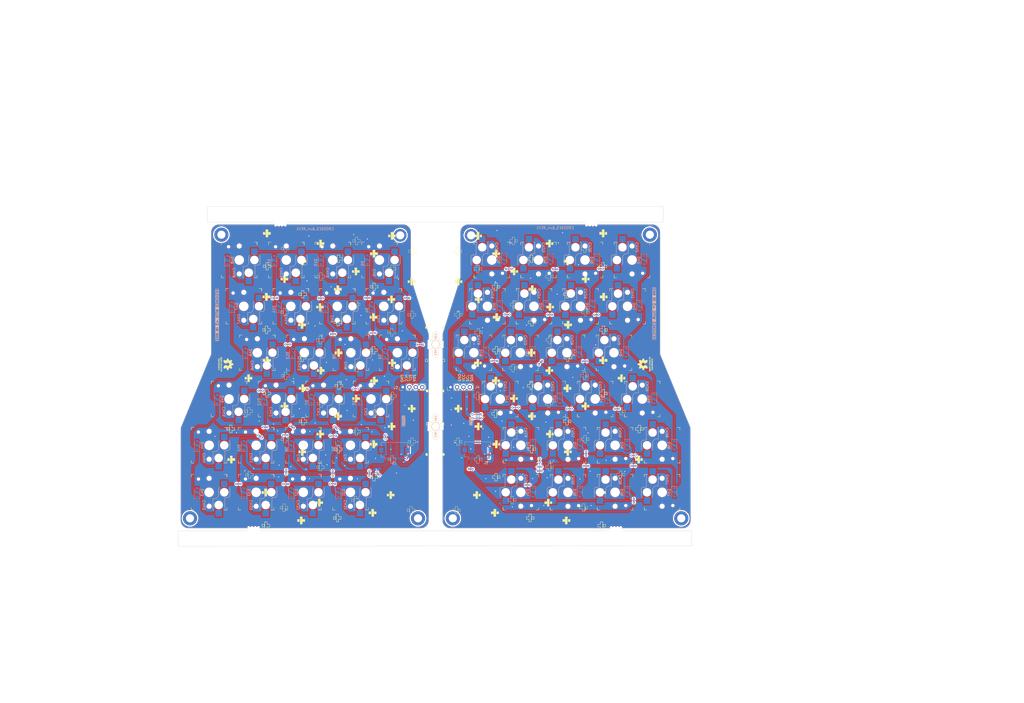
<source format=kicad_pcb>
(kicad_pcb (version 20240108) (generator "pcbnew") (generator_version "8.0")
  (title_block (title "CrossesMain-6x4") (date "2024-12-27") (rev "1") (company "Vincent Franco"))
  (layers (0 "F.Cu" signal) (31 "B.Cu" signal) (34 "B.Paste" user) (35 "F.Paste" user) (36 "B.SilkS" user "B.Silkscreen") (37 "F.SilkS" user "F.Silkscreen") (38 "B.Mask" user) (39 "F.Mask" user) (44 "Edge.Cuts" user))
  (net 0 "")
  (net 1 "Net-(D1-A)")
  (net 2 "Net-(D2-A)")
  (net 3 "Net-(D3-A)")
  (net 4 "Net-(D4-A)")
  (net 5 "Net-(D5-A)")
  (net 6 "Net-(D6-A)")
  (net 7 "Net-(D7-A)")
  (net 8 "Net-(D8-A)")
  (net 9 "Net-(D9-A)")
  (net 10 "Net-(D10-A)")
  (net 11 "Net-(D11-A)")
  (net 12 "Net-(D12-A)")
  (net 13 "Net-(D14-A)")
  (net 14 "Net-(D15-A)")
  (net 15 "Net-(D13-A)")
  (net 16 "L-COL0")
  (net 17 "L-COL1")
  (net 18 "L-COL2")
  (net 19 "L-COL3")
  (net 20 "L-COL4")
  (net 21 "Net-(D37-A)")
  (net 22 "Net-(D38-A)")
  (net 23 "Net-(D39-A)")
  (net 24 "SCL")
  (net 25 "GND")
  (net 26 "SDA")
  (net 27 "VCC")
  (net 28 "Net-(D40-A)")
  (net 29 "L-COLP")
  (net 30 "R-COL0")
  (net 31 "Net-(D16-A)")
  (net 32 "R-COL1")
  (net 33 "Net-(D17-A)")
  (net 34 "R-COL2")
  (net 35 "Net-(D18-A)")
  (net 36 "Net-(D19-A)")
  (net 37 "R-COL3")
  (net 38 "R-COL4")
  (net 39 "Net-(D20-A)")
  (net 40 "Net-(D21-A)")
  (net 41 "Net-(D22-A)")
  (net 42 "Net-(D23-A)")
  (net 43 "Net-(D24-A)")
  (net 44 "Net-(D25-A)")
  (net 45 "Net-(D26-A)")
  (net 46 "Net-(D27-A)")
  (net 47 "Net-(D28-A)")
  (net 48 "Net-(D29-A)")
  (net 49 "Net-(D30-A)")
  (net 50 "R-ROW0")
  (net 51 "R-ROW1")
  (net 52 "R-ROW2")
  (net 53 "Net-(D41-A)")
  (net 54 "VCC-R")
  (net 55 "SCL-R")
  (net 56 "Net-(D31-A)")
  (net 57 "SDA-R")
  (net 58 "Net-(D32-A)")
  (net 59 "Net-(D33-A)")
  (net 60 "R-COLP")
  (net 61 "Net-(D34-A)")
  (net 62 "Net-(D35-A)")
  (net 63 "Net-(D36-A)")
  (net 64 "Net-(D42-A)")
  (net 65 "Net-(D43-A)")
  (net 66 "Net-(D44-A)")
  (net 67 "Net-(D45-A)")
  (net 68 "Net-(D46-A)")
  (net 69 "Net-(D47-A)")
  (net 70 "Net-(D48-A)")
  (net 71 "L-ROW-N1")
  (net 72 "R-ROW-N1")
  (net 73 "L-ROW0")
  (net 74 "L-ROW1")
  (net 75 "L-ROW2")
  (footprint "keyswitches:Kailh_socket_PG1350" (layer "F.Cu") (at 270.923348 204.48632 -90)
    (property "Reference" "CH37")
    (property "Value" "CPG135001S30")
  )
  (footprint "keyswitches:Kailh_socket_PG1350" (layer "F.Cu") (at 215.185348 149.56132 -90)
    (property "Reference" "CH23")
    (property "Value" "CPG135001S30")
  )
  (footprint "keyswitches:Kailh_socket_PG1350" (layer "F.Cu") (at 137.756099 167.786781 90)
    (property "Reference" "CH7")
    (property "Value" "CPG135001S30")
  )
  (footprint "keyswitches:Kailh_socket_PG1350" (layer "F.Cu") (at 202.21 131.28 -90)
    (property "Reference" "CH19")
    (property "Value" "CPG135001S30")
  )
  (footprint "PCM_marbastlib-various:mousebites_5p5mm_easysnap" (layer "F.Cu") (at 184.575 178.585)
    (property "Reference" "MB5" (hide yes))
    (property "Value" "5.5mm" (hide yes))
    (fp_line (start -4 -3.9) (end -4 -2.4) (stroke (width 0.1)) (layer "Edge.Cuts"))
    (fp_line (start -4 2.4) (end -4 3.9) (stroke (width 0.1)) (layer "Edge.Cuts"))
    (fp_line (start -1.5 -2.03) (end -1.5 -3.9) (stroke (width 0.1)) (layer "Edge.Cuts"))
    (fp_line (start -1.5 3.9) (end -1.5 2.03) (stroke (width 0.1)) (layer "Edge.Cuts"))
    (fp_arc (start -5.5 2.4) (mid -4.75 1.65) (end -4 2.4) (stroke (width 0.1)) (layer "Edge.Cuts"))
    (fp_arc (start -4 -3.9) (mid -2.75 -5.15) (end -1.5 -3.9) (stroke (width 0.1)) (layer "Edge.Cuts"))
    (fp_arc (start -4 -2.4) (mid -4.75 -1.65) (end -5.5 -2.4) (stroke (width 0.1)) (layer "Edge.Cuts"))
    (fp_arc (start -1.5 2.03) (mid -0.75 1.28) (end 0 2.03) (stroke (width 0.1)) (layer "Edge.Cuts"))
    (fp_arc (start -1.5 3.9) (mid -2.75 5.15) (end -4 3.9) (stroke (width 0.1)) (layer "Edge.Cuts"))
    (fp_arc (start 0 -2.03) (mid -0.75 -1.28) (end -1.5 -2.03) (stroke (width 0.1)) (layer "Edge.Cuts"))
  )
  (footprint "keyswitches:Kailh_socket_PG1350" (layer "F.Cu") (at 129.793098 204.486781 90)
    (property "Reference" "CH32")
    (property "Value" "CPG135001S30")
  )
  (footprint "keyswitches:Kailh_socket_PG1350" (layer "F.Cu") (at 124.881099 131.286781 90)
    (property "Reference" "CH14")
    (property "Value" "CPG135001S30")
  )
  (footprint "PCM_marbastlib-various:mousebites_1mm" (layer "F.Cu") (at 120.8 99.099999 -90)
    (property "Reference" "REF**" (hide yes))
    (property "Value" "mousebites 1mm" (hide yes))
    (fp_arc (start -1 2.75) (mid -0.5 2.25) (end 0 2.75) (stroke (width 0.05)) (layer "Edge.Cuts"))
    (fp_arc (start 0 -2.75) (mid -0.5 -2.25) (end -1 -2.75) (stroke (width 0.05)) (layer "Edge.Cuts"))
  )
  (footprint "keyswitches:Kailh_socket_PG1350" (layer "F.Cu") (at 263.092348 167.78632 -90)
    (property "Reference" "CH39")
    (property "Value" "CPG135001S30")
  )
  (footprint "keyswitches:Kailh_socket_PG1350" (layer "F.Cu") (at 215.34 185.97 -90)
    (property "Reference" "CH16")
    (property "Value" "CPG135001S30")
  )
  (footprint "PCM_marbastlib-various:mousebites_1mm" (layer "F.Cu") (at 110.25 218.6 90)
    (property "Reference" "REF**" (hide yes))
    (property "Value" "mousebites 1mm" (hide yes))
    (fp_arc (start 0 -2.75) (mid -0.5 -2.25) (end -1 -2.75) (stroke (width 0.05)) (layer "Edge.Cuts"))
    (fp_arc (start -1 2.75) (mid -0.5 2.25) (end 0 2.75) (stroke (width 0.05)) (layer "Edge.Cuts"))
  )
  (footprint "keyswitches:Kailh_socket_PG1350" (layer "F.Cu") (at 159.731099 113.061781 90)
    (property "Reference" "CH5")
    (property "Value" "CPG135001S30")
  )
  (footprint "keyswitches:Kailh_socket_PG1350" (layer "F.Cu") (at 259.082349 113.06132 -90)
    (property "Reference" "CH42")
    (property "Value" "CPG135001S30")
  )
  (footprint "keyswitches:Kailh_socket_PG1350" (layer "F.Cu") (at 233.473348 149.56132 -90)
    (property "Reference" "CH28")
    (property "Value" "CPG135001S30")
  )
  (footprint "keyswitches:Kailh_socket_PG1350" (layer "F.Cu") (at 111.256099 185.986781 90)
    (property "Reference" "CH11")
    (property "Value" "CPG135001S30")
  )
  (footprint "PCM_marbastlib-various:mousebites_5p5mm_easysnap" (layer "F.Cu") (at 184.575 146.32)
    (property "Reference" "MB5" (hide yes))
    (property "Value" "5.5mm" (hide yes))
    (fp_line (start -4 -3.9) (end -4 -2.4) (stroke (width 0.1)) (layer "Edge.Cuts"))
    (fp_line (start -4 2.4) (end -4 3.9) (stroke (width 0.1)) (layer "Edge.Cuts"))
    (fp_line (start -1.5 -2.03) (end -1.5 -3.9) (stroke (width 0.1)) (layer "Edge.Cuts"))
    (fp_line (start -1.5 3.9) (end -1.5 2.03) (stroke (width 0.1)) (layer "Edge.Cuts"))
    (fp_arc (start -5.5 2.4) (mid -4.75 1.65) (end -4 2.4) (stroke (width 0.1)) (layer "Edge.Cuts"))
    (fp_arc (start -4 -3.9) (mid -2.75 -5.15) (end -1.5 -3.9) (stroke (width 0.1)) (layer "Edge.Cuts"))
    (fp_arc (start -4 -2.4) (mid -4.75 -1.65) (end -5.5 -2.4) (stroke (width 0.1)) (layer "Edge.Cuts"))
    (fp_arc (start -1.5 2.03) (mid -0.75 1.28) (end 0 2.03) (stroke (width 0.1)) (layer "Edge.Cuts"))
    (fp_arc (start -1.5 3.9) (mid -2.75 5.15) (end -4 3.9) (stroke (width 0.1)) (layer "Edge.Cuts"))
    (fp_arc (start 0 -2.03) (mid -0.75 -1.28) (end -1.5 -2.03) (stroke (width 0.1)) (layer "Edge.Cuts"))
  )
  (footprint "keyswitches:Kailh_socket_PG1350" (layer "F.Cu") (at 225.923348 167.78632 -90)
    (property "Reference" "CH22")
    (property "Value" "CPG135001S30")
  )
  (footprint "keyswitches:Kailh_socket_PG1350" (layer "F.Cu") (at 240.582349 113.06132 -90)
    (property "Reference" "CH30")
    (property "Value" "CPG135001S30")
  )
  (footprint "MountingHole:MountingHole_3.2mm_M3_DIN965_Pad" (layer "F.Cu") (at 174.9 214.73 -90)
    (property "Reference" "H3" (hide yes))
    (property "Value" "MountingHole")
  )
  (footprint "keyswitches:Kailh_socket_PG1350" (layer "F.Cu") (at 143.169099 131.286781 90)
    (property "Reference" "CH9")
    (property "Value" "CPG135001S30")
  )
  (footprint "keyswitches:Kailh_socket_PG1350" (layer "F.Cu") (at 130.206099 149.561781 90)
    (property "Reference" "CH13")
    (property "Value" "CPG135001S30")
  )
  (footprint "keyswitches:Kailh_socket_PG1350" (layer "F.Cu") (at 257.298348 131.28632 -90)
    (property "Reference" "CH41")
    (property "Value" "CPG135001S30")
  )
  (footprint "keyswitches:Kailh_socket_PG1350" (layer "F.Cu") (at 244.592348 167.78632 -90)
    (property "Reference" "CH27")
    (property "Value" "CPG135001S30")
  )
  (footprint "art-warning:gggw-logo" (layer "F.Cu") (at 165.4 201 -90)
    (property "Reference" "G***" (hide yes))
    (property "Value" "LOGO" (hide yes))
  )
  (footprint "keyswitches:Kailh_socket_PG1350" (layer "F.Cu") (at 251.973348 149.56132 -90)
    (property "Reference" "CH40")
    (property "Value" "CPG135001S30")
  )
  (footprint "Symbol:OSHW-Logo_5.7x6mm_SilkScreen" (layer "F.Cu") (at 264.3 154.113854 90)
    (property "Reference" "REF**" (hide yes))
    (property "Value" "OSHW-Logo_5.7x6mm_SilkScreen" (hide yes))
  )
  (footprint "art-warning:Crosses Icon" (layer "F.Cu") (at 99.95 199.075)
    (property "Reference" "REF**" (hide yes))
    (property "Value" "Crosses Icon" (hide yes))
  )
  (footprint "keyswitches:Kailh_socket_PG1350" (layer "F.Cu") (at 252.423348 204.48632 -90)
    (property "Reference" "CH36")
    (property "Value" "CPG135001S30")
  )
  (footprint "keyswitches:Kailh_socket_PG1350" (layer "F.Cu") (at 92.756099 204.486781 90)
    (property "Reference" "CH43")
    (property "Value" "CPG135001S30")
  )
  (footprint "keyswitches:Kailh_socket_PG1350" (layer "F.Cu") (at 215.34 204.47 -90)
    (property "Reference" "CH34")
    (property "Value" "CPG135001S30")
  )
  (footprint "keyswitches:Kailh_socket_PG1350" (layer "F.Cu") (at 233.88 204.5 -90)
    (property "Reference" "CH35")
    (property "Value" "CPG135001S30")
  )
  (footprint "keyswitches:Kailh_socket_PG1350" (layer "F.Cu") (at 252.423348 185.98632 -90)
    (property "Reference" "CH26")
    (property "Value" "CPG135001S30")
  )
  (footprint "art-warning:gggw-logo" (layer "F.Cu") (at 197.6 200 90)
    (property "Reference" "G***" (hide yes))
    (property "Value" "LOGO" (hide yes))
  )
  (footprint "keyswitches:Kailh_socket_PG1350" (layer "F.Cu") (at 123.097098 113.061781 90)
    (property "Reference" "CH15")
    (property "Value" "CPG135001S30")
  )
  (footprint "keyswitches:Kailh_socket_PG1350" (layer "F.Cu") (at 148.330099 204.486781 90)
    (property "Reference" "CH31")
    (property "Value" "CPG135001S30")
  )
  (footprint "MountingHole:MountingHole_3.2mm_M3_DIN965_Pad" (layer "F.Cu") (at 97.579447 103.100461 -90)
    (property "Reference" "H1" (hide yes))
    (property "Value" "MountingHole")
  )
  (footprint "keyswitches:Kailh_socket_PG1350" (layer "F.Cu") (at 196.88 149.57 -90)
    (property "Reference" "CH18")
    (property "Value" "CPG135001S30")
  )
  (footprint "MountingHole:MountingHole_3.2mm_M3_DIN965_Pad" (layer "F.Cu") (at 85.229447 214.73 -90)
    (property "Reference" "H6" (hide yes))
    (property "Value" "MountingHole")
  )
  (footprint "keyswitches:Kailh_socket_PG1350" (layer "F.Cu") (at 106.381099 131.286781 90)
    (property "Reference" "CH47")
    (property "Value" "CPG135001S30")
  )
  (footprint "PCM_marbastlib-various:mousebites_1mm" (layer "F.Cu") (at 252.775 218.6 90)
    (property "Reference" "REF**" (hide yes))
    (property "Value" "mousebites 1mm" (hide yes))
    (fp_arc (start 0 -2.75) (mid -0.5 -2.25) (end -1 -2.75) (stroke (width 0.05)) (layer "Edge.Cuts"))
    (fp_arc (start -1 2.75) (mid -0.5 2.25) (end 0 2.75) (stroke (width 0.05)) (layer "Edge.Cuts"))
  )
  (footprint "Connector_PinHeader_2.54mm:PinHeader_1x04_P2.54mm_Vertical" (layer "F.Cu") (at 168.94 163.1 90)
    (property "Reference" "J2")
    (property "Value" "Conn_01x04_Socket")
  )
  (footprint "keyswitches:Kailh_socket_PG1350" (layer "F.Cu") (at 104.597098 113.061781 90)
    (property "Reference" "CH48")
    (property "Value" "CPG135001S30")
  )
  (footprint "keyswitches:Kailh_socket_PG1350" (layer "F.Cu") (at 203.93 113.06 -90)
    (property "Reference" "CH20")
    (property "Value" "CPG135001S30")
  )
  (footprint "MountingHole:MountingHole_3.2mm_M3_DIN965_Pad" (layer "F.Cu") (at 167.899447 103.350461 -90)
    (property "Reference" "H5" (hide yes))
    (property "Value" "MountingHole")
  )
  (footprint "keyswitches:Kailh_socket_PG1350" (layer "F.Cu") (at 233.88 186 -90)
    (property "Reference" "CH21")
    (property "Value" "CPG135001S30")
  )
  (footprint "keyswitches:Kailh_socket_PG1350" (layer "F.Cu") (at 161.457098 131.286781 90)
    (property "Reference" "CH4")
    (property "Value" "CPG135001S30")
  )
  (footprint "keyswitches:Kailh_socket_PG1350" (layer "F.Cu") (at 111.256099 204.486781 90)
    (property "Reference" "CH33")
    (property "Value" "CPG135001S30")
  )
  (footprint "keyswitches:Kailh_socket_PG1350" (layer "F.Cu") (at 141.385099 113.061781 90)
    (property "Reference" "CH10")
    (property "Value" "CPG135001S30")
  )
  (footprint "keyswitches:Kailh_socket_PG1350" (layer "F.Cu") (at 111.706099 149.561781 90)
    (property "Reference" "CH46")
    (property "Value" "CPG135001S30")
  )
  (footprint "PCM_marbastlib-various:mousebites_1mm" (layer "F.Cu") (at 243.075 99.1 -90)
    (property "Reference" "REF**" (hide yes))
    (property "Value" "mousebites 1mm" (hide yes))
    (fp_arc (start -1 2.75) (mid -0.5 2.25) (end 0 2.75) (stroke (width 0.05)) (layer "Edge.Cuts"))
    (fp_arc (start 0 -2.75) (mid -0.5 -2.25) (end -1 -2.75) (stroke (width 0.05)) (layer "Edge.Cuts"))
  )
  (footprint "Symbol:OSHW-Logo_5.7x6mm_SilkScreen" (layer "F.Cu") (at 99.3 154.1 -90)
    (property "Reference" "REF**" (hide yes))
    (property "Value" "OSHW-Logo_5.7x6mm_SilkScreen" (hide yes))
  )
  (footprint "keyswitches:Kailh_socket_PG1350" (layer "F.Cu") (at 148.494099 149.561781 90)
    (property "Reference" "CH8")
    (property "Value" "CPG135001S30")
  )
  (footprint "keyswitches:Kailh_socket_PG1350" (layer "F.Cu") (at 222.294348 113.06132 -90)
    (property "Reference" "CH25")
    (property "Value" "CPG135001S30")
  )
  (footprint "keyswitches:Kailh_socket_PG1350" (layer "F.Cu") (at 148.330099 185.986781 90)
    (property "Reference" "CH1")
    (property "Value" "CPG135001S30")
  )
  (footprint "keyswitches:Kailh_socket_PG1350" (layer "F.Cu") (at 207.25 167.79 -90)
    (property "Reference" "CH17")
    (property "Value" "CPG135001S30")
  )
  (footprint "Connector_PinHeader_2.54mm:PinHeader_1x04_P2.54mm_Vertical" (layer "F.Cu") (at 187.7 163.1 90)
    (property "Reference" "J4")
    (property "Value" "Conn_01x04_Socket")
  )
  (footprint "keyswitches:Kailh_socket_PG1350" (layer "F.Cu") (at 166.782099 149.561781 90)
    (property "Reference" "CH3")
    (property "Value" "CPG135001S30")
  )
  (footprint "keyswitches:Kailh_socket_PG1350" (layer "F.Cu") (at 92.756099 185.986781 90)
    (property "Reference" "CH44")
    (property "Value" "CPG135001S30")
  )
  (footprint "keyswitches:Kailh_socket_PG1350" (layer "F.Cu") (at 100.587099 167.786781 90)
    (property "Reference" "CH45")
    (property "Value" "CPG135001S30")
  )
  (footprint "keyswitches:Kailh_socket_PG1350" (layer "F.Cu") (at 270.923348 185.98632 -90)
    (property "Reference" "CH38")
    (property "Value" "CPG135001S30")
  )
  (footprint "keyswitches:Kailh_socket_PG1350" (layer "F.Cu") (at 129.793098 185.986781 90)
    (property "Reference" "CH6")
    (property "Value" "CPG135001S30")
  )
  (footprint "keyswitches:Kailh_socket_PG1350" (layer "F.Cu") (at 238.798348 131.28632 -90)
    (property "Reference" "CH29")
    (property "Value" "CPG135001S30")
  )
  (footprint "keyswitches:Kailh_socket_PG1350" (layer "F.Cu") (at 220.510348 131.28632 -90)
    (property "Reference" "CH24")
    (property "Value" "CPG135001S30")
  )
  (footprint "keyswitches:Kailh_socket_PG1350" (layer "F.Cu") (at 119.087099 167.786781 90)
    (property "Reference" "CH12")
    (property "Value" "CPG135001S30")
  )
  (footprint "keyswitches:Kailh_socket_PG1350" (layer "F.Cu") (at 156.425099 167.786781 90)
    (property "Reference" "CH2")
    (property "Value" "CPG135001S30")
  )
  (footprint "Diode_SMD:D_SOD-123" (layer "B.Cu") (at 249.29632 167.82132 -90)
    (property "Reference" "D27")
    (property "Value" "1N4148")
  )
  (footprint "Diode_SMD:D_SOD-123" (layer "B.Cu") (at 143.783127 149.521781 90)
    (property "Reference" "D8")
    (property "Value" "1N4148")
  )
  (footprint "Diode_SMD:D_SOD-123" (layer "B.Cu") (at 154.933127 112.921781 90)
    (property "Reference" "D5")
    (property "Value" "1N4148")
  )
  (footprint "Diode_SMD:D_SOD-123" (layer "B.Cu") (at 220.09632 204.57132 -90)
    (property "Reference" "D34")
    (property "Value" "1N4148")
  )
  (footprint "Diode_SMD:D_SOD-123" (layer "B.Cu") (at 156.683127 131.321781 90)
    (property "Reference" "D4")
    (property "Value" "1N4148")
  )
  (footprint "Connector_FFC-FPC:Hirose_FH12-14S-0.5SH_1x14-1MP_P0.50mm_Horizontal" (layer "B.Cu") (at 165.59 189.34)
    (property "Reference" "J3")
    (property "Value" "Conn_01x14_Pin")
  )
  (footprint "Diode_SMD:D_SOD-123" (layer "B.Cu") (at 120.183127 131.321781 90)
    (property "Reference" "D14")
    (property "Value" "1N4148")
  )
  (footprint "Diode_SMD:D_SOD-123" (layer "B.Cu") (at 238.59632 204.52132 -90)
    (property "Reference" "D35")
    (property "Value" "1N4148")
  )
  (footprint "Diode_SMD:D_SOD-123" (layer "B.Cu") (at 256.69632 149.52132 -90)
    (property "Reference" "D40")
    (property "Value" "1N4148")
  )
  (footprint "Diode_SMD:D_SOD-123" (layer "B.Cu") (at 125.083127 204.521781 90)
    (property "Reference" "D32")
    (property "Value" "1N4148")
  )
  (footprint "Diode_SMD:D_SOD-123" (layer "B.Cu") (at 99.883126 113.121781 90)
    (property "Reference" "D48")
    (property "Value" "1N4148")
  )
  (footprint "MountingHole:MountingHole_3.2mm_M3_DIN965_Pad" (layer "B.Cu") (at 188.6 214.73 -90)
    (property "Reference" "H3" (hide yes))
    (property "Value" "MountingHole")
  )
  (footprint "MountingHole:MountingHole_3.2mm_M3_DIN965_Pad" (layer "B.Cu") (at 195.78 103.35 -90)
    (property "Reference" "H5" (hide yes))
    (property "Value" "MountingHole")
  )
  (footprint "Diode_SMD:D_SOD-123" (layer "B.Cu") (at 225.19632 131.32132 -90)
    (property "Reference" "D24")
    (property "Value" "1N4148")
  )
  (footprint "Diode_SMD:D_SOD-123" (layer "B.Cu") (at 211.99632 167.82132 -90)
    (property "Reference" "D17")
    (property "Value" "1N4148")
  )
  (footprint "Diode_SMD:D_SOD-123" (layer "B.Cu") (at 226.99632 113.02132 -90)
    (property "Reference" "D25")
    (property "Value" "1N4148")
  )
  (footprint "Diode_SMD:D_SOD-123" (layer "B.Cu") (at 161.983127 149.621781 90)
    (property "Reference" "D3")
    (property "Value" "1N4148")
  )
  (footprint "Diode_SMD:D_SOD-123" (layer "B.Cu") (at 132.983126 167.721781 90)
    (property "Reference" "D7")
    (property "Value" "1N4148")
  )
  (footprint "Diode_SMD:D_SOD-123" (layer "B.Cu") (at 143.583127 204.571781 90)
    (property "Reference" "D31")
    (property "Value" "1N4148")
  )
  (footprint "Diode_SMD:D_SOD-123" (layer "B.Cu") (at 138.483127 131.321781 90)
    (property "Reference" "D9")
    (property "Value" "1N4148")
  )
  (footprint "Diode_SMD:D_SOD-123" (layer "B.Cu") (at 125.483127 149.521781 90)
    (property "Reference" "D13")
    (property "Value" "1N4148")
  )
  (footprint "Diode_SMD:D_SOD-123" (layer "B.Cu") (at 114.383127 167.821781 90)
    (property "Reference" "D12")
    (property "Value" "1N4148")
  )
  (footprint "MountingHole:MountingHole_3.2mm_M3_DIN965_Pad" (layer "B.Cu") (at 266.1 103.1 -90)
    (property "Reference" "H1" (hide yes))
    (property "Value" "MountingHole")
  )
  (footprint "Diode_SMD:D_SOD-123" (layer "B.Cu") (at 245.296321 113.12132 -90)
    (property "Reference" "D30")
    (property "Value" "1N4148")
  )
  (footprint "Diode_SMD:D_SOD-123" (layer "B.Cu") (at 220.09632 186.07132 -90)
    (property "Reference" "D16")
    (property "Value" "1N4148")
  )
  (footprint "Diode_SMD:D_SOD-123" (layer "B.Cu") (at 230.696321 167.72132 -90)
    (property "Reference" "D22")
    (property "Value" "1N4148")
  )
  (footprint "Diode_SMD:D_SOD-123" (layer "B.Cu") (at 257.19632 186.02132 -90)
    (property "Reference" "D26")
    (property "Value" "1N4148")
  )
  (footprint "Diode_SMD:D_SOD-123" (layer "B.Cu") (at 106.983127 149.521781 90)
    (property "Reference" "D46")
    (property "Value" "1N4148")
  )
  (footprint "Diode_SMD:D_SOD-123" (layer "B.Cu") (at 208.74632 112.92132 -90)
    (property "Reference" "D20")
    (property "Value" "1N4148")
  )
  (footprint "Diode_SMD:D_SOD-123" (layer "B.Cu") (at 243.49632 131.32132 -90)
    (property "Reference" "D29")
    (property "Value" "1N4148")
  )
  (footprint "Diode_SMD:D_SOD-123" (layer "B.Cu") (at 261.99632 131.32132 -90)
    (property "Reference" "D41")
    (property "Value" "1N4148")
  )
  (footprint "Connector_FFC-FPC:Hirose_FH12-14S-0.5SH_1x14-1MP_P0.50mm_Horizontal" (layer "B.Cu") (at 198.38 189.19)
    (property "Reference" "J1")
    (property "Value" "Conn_01x14_Pin")
  )
  (footprint "Diode_SMD:D_SOD-123" (layer "B.Cu") (at 106.483127 186.021781 90)
    (property "Reference" "D11")
    (property "Value" "1N4148")
  )
  (footprint "Diode_SMD:D_SOD-123" (layer "B.Cu") (at 201.69632 149.62132 -90)
    (property "Reference" "D18")
    (property "Value" "1N4148")
  )
  (footprint "Diode_SMD:D_SOD-123" (layer "B.Cu") (at 219.89632 149.52132 -90)
    (property "Reference" "D23")
    (property "Value" "1N4148")
  )
  (footprint "Diode_SMD:D_SOD-123" (layer "B.Cu") (at 101.683127 131.321781 90)
    (property "Reference" "D47")
    (property "Value" "1N4148")
  )
  (footprint "Diode_SMD:D_SOD-123" (layer "B.Cu") (at 263.796321 113.12132 -90)
    (property "Reference" "D42")
    (property "Value" "1N4148")
  )
  (footprint "Diode_SMD:D_SOD-123" (layer "B.Cu") (at 238.19632 149.52132 -90)
    (property "Reference" "D28")
    (property "Value" "1N4148")
  )
  (footprint "Diode_SMD:D_SOD-123" (layer "B.Cu") (at 238.59632 186.02132 -90)
    (property "Reference" "D21")
    (property "Value" "1N4148")
  )
  (footprint "Diode_SMD:D_SOD-123" (layer "B.Cu") (at 136.683127 113.021781 90)
    (property "Reference" "D10")
    (property "Value" "1N4148")
  )
  (footprint "Diode_SMD:D_SOD-123" (layer "B.Cu") (at 206.99632 131.32132 -90)
    (property "Reference" "D19")
    (property "Value" "1N4148")
  )
  (footprint "Diode_SMD:D_SOD-123" (layer "B.Cu") (at 87.983127 204.521781 90)
    (property "Reference" "D43")
    (property "Value" "1N4148")
  )
  (footprint "Diode_SMD:D_SOD-123" (layer "B.Cu") (at 257.19632 204.52132 -90)
    (property "Reference" "D36")
    (property "Value" "1N4148")
  )
  (footprint "Diode_SMD:D_SOD-123" (layer "B.Cu") (at 267.79632 167.82132 -90)
    (property "Reference" "D39")
    (property "Value" "1N4148")
  )
  (footprint "Diode_SMD:D_SOD-123" (layer "B.Cu") (at 275.69632 204.52132 -90)
    (property "Reference" "D37")
    (property "Value" "1N4148")
  )
  (footprint "Diode_SMD:D_SOD-123" (layer "B.Cu") (at 151.683127 167.821781 90)
    (property "Reference" "D2")
    (property "Value" "1N4148")
  )
  (footprint "Diode_SMD:D_SOD-123" (layer "B.Cu") (at 275.69632 186.02132 -90)
    (property "Reference" "D38")
    (property "Value" "1N4148")
  )
  (footprint "Diode_SMD:D_SOD-123" (layer "B.Cu") (at 118.383126 113.121781 90)
    (property "Reference" "D15")
    (property "Value" "1N4148")
  )
  (footprint "Diode_SMD:D_SOD-123" (layer "B.Cu") (at 87.983127 186.021781 90)
    (property "Reference" "D44")
    (property "Value" "1N4148")
  )
  (footprint "Diode_SMD:D_SOD-123" (layer "B.Cu") (at 125.083127 186.021781 90)
    (property "Reference" "D6")
    (property "Value" "1N4148")
  )
  (footprint "Diode_SMD:D_SOD-123" (layer "B.Cu") (at 95.883127 167.821781 90)
    (property "Reference" "D45")
    (property "Value" "1N4148")
  )
  (footprint "Diode_SMD:D_SOD-123" (layer "B.Cu") (at 143.583127 186.071781 90)
    (property "Reference" "D1")
    (property "Value" "1N4148")
  )
  (footprint "Diode_SMD:D_SOD-123" (layer "B.Cu") (at 106.483127 204.521781 90)
    (property "Reference" "D33")
    (property "Value" "1N4148")
  )
  (footprint "MountingHole:MountingHole_3.2mm_M3_DIN965_Pad" (layer "B.Cu") (at 278.45 214.73 -90)
    (property "Reference" "H6" (hide yes))
    (property "Value" "MountingHole")
  )
  (gr_arc (start 81.618696 179.494708) (mid 81.657202 179.107978) (end 81.769759 178.735991) (stroke (width 0.1)) (layer "Edge.Cuts"))
  (gr_line (start 179.075 143.92) (end 179.079447 142.410973) (stroke (width 0.1)) (layer "Edge.Cuts"))
  (gr_arc (start 93.579447 149.704234) (mid 93.541325 150.092909) (end 93.42838 150.46676) (stroke (width 0.1)) (layer "Edge.Cuts"))
  (gr_line (start 191.6 102.109464) (end 191.6 119.789488) (stroke (width 0.1)) (layer "Edge.Cuts"))
  (gr_arc (start 179.075 215.6) (mid 178.19632 217.72132) (end 176.075 218.6) (stroke (width 0.1)) (layer "Edge.Cuts"))
  (gr_arc (start 191.6 102.109464) (mid 192.478468 99.988292) (end 194.599464 99.109463) (stroke (width 0.1)) (layer "Edge.Cuts"))
  (gr_arc (start 93.579447 102.100958) (mid 94.458343 99.9795) (end 96.579944 99.100959) (stroke (width 0.1)) (layer "Edge.Cuts"))
  (gr_arc (start 172.173595 120.396356) (mid 172.103126 120.096785) (end 172.079447 119.789949) (stroke (width 0.1)) (layer "Edge.Cuts"))
  (gr_line (start 179.075 215.6) (end 179.075 180.985) (stroke (width 0.1)) (layer "Edge.Cuts"))
  (gr_line (start 123.55 99.099999) (end 169.079983 99.109924) (stroke (width 0.1)) (layer "Edge.Cuts"))
  (gr_line (start 184.575 176.555) (end 184.575 148.35) (stroke (width 0.1)) (layer "Edge.Cuts"))
  (gr_line (start 282.6 225.6) (end 80.5 225.7) (stroke (width 0.1)) (layer "Edge.Cuts"))
  (gr_line (start 179.075 176.185) (end 179.075 148.72) (stroke (width 0.1)) (layer "Edge.Cuts"))
  (gr_line (start 92 98.1) (end 92 92.1) (stroke (width 0.1)) (layer "Edge.Cuts"))
  (gr_arc (start 84.585167 218.600461) (mid 82.461798 217.719781) (end 81.585172 215.594747) (stroke (width 0.1)) (layer "Edge.Cuts"))
  (gr_arc (start 270.251067 150.466299) (mid 270.138126 150.092447) (end 270.1 149.703773) (stroke (width 0.1)) (layer "Edge.Cuts"))
  (gr_line (start 187.571128 218.6) (end 250.025 218.6) (stroke (width 0.1)) (layer "Edge.Cuts"))
  (gr_line (start 118.05 98.099999) (end 92 98.1) (stroke (width 0.1)) (layer "Edge.Cuts"))
  (gr_arc (start 267.099503 99.100498) (mid 269.221145 99.979001) (end 270.1 102.100497) (stroke (width 0.1)) (layer "Edge.Cuts"))
  (gr_arc (start 282.094275 215.594286) (mid 281.217619 217.719292) (end 279.09428 218.6) (stroke (width 0.1)) (layer "Edge.Cuts"))
  (gr_arc (start 178.985298 141.804566) (mid 179.055767 142.104137) (end 179.079447 142.410973) (stroke (width 0.1)) (layer "Edge.Cuts"))
  (gr_line (start 123.55 98.099999) (end 240.325 98.1) (stroke (width 0.1)) (layer "Edge.Cuts"))
  (gr_line (start 81.585172 215.594747) (end 81.618696 179.494708) (stroke (width 0.1)) (layer "Edge.Cuts"))
  (gr_line (start 282.6 219.6) (end 282.6 225.6) (stroke (width 0.1)) (layer "Edge.Cuts"))
  (gr_line (start 245.825 99.1) (end 267.099503 99.100498) (stroke (width 0.1)) (layer "Edge.Cuts"))
  (gr_line (start 184.575 144.29) (end 184.6 142.410512) (stroke (width 0.1)) (layer "Edge.Cuts"))
  (gr_line (start 282.094275 215.594286) (end 282.060751 179.494247) (stroke (width 0.1)) (layer "Edge.Cuts"))
  (gr_arc (start 169.079983 99.109924) (mid 171.200983 99.988776) (end 172.079447 102.109925) (stroke (width 0.1)) (layer "Edge.Cuts"))
  (gr_line (start 113 219.6) (end 250.025 219.6) (stroke (width 0.1)) (layer "Edge.Cuts"))
  (gr_line (start 270.1 149.703773) (end 270.1 102.100497) (stroke (width 0.1)) (layer "Edge.Cuts"))
  (gr_line (start 255.525 218.6) (end 279.09428 218.6) (stroke (width 0.1)) (layer "Edge.Cuts"))
  (gr_line (start 184.57113 215.603875) (end 184.575 180.615) (stroke (width 0.1)) (layer "Edge.Cuts"))
  (gr_line (start 245.825 98.1) (end 271.4 98.1) (stroke (width 0.1)) (layer "Edge.Cuts"))
  (gr_line (start 118.05 99.099999) (end 96.579944 99.100959) (stroke (width 0.1)) (layer "Edge.Cuts"))
  (gr_line (start 80.5 225.7) (end 80.5 219.6) (stroke (width 0.1)) (layer "Edge.Cuts"))
  (gr_line (start 255.525 219.6) (end 282.6 219.6) (stroke (width 0.1)) (layer "Edge.Cuts"))
  (gr_line (start 93.579447 149.704234) (end 93.579447 102.100958) (stroke (width 0.1)) (layer "Edge.Cuts"))
  (gr_arc (start 281.909688 178.73553) (mid 282.022236 179.107517) (end 282.060751 179.494247) (stroke (width 0.1)) (layer "Edge.Cuts"))
  (gr_line (start 107.5 218.6) (end 84.585167 218.600461) (stroke (width 0.1)) (layer "Edge.Cuts"))
  (gr_line (start 271.4 98.1) (end 271.4 92.1) (stroke (width 0.1)) (layer "Edge.Cuts"))
  (gr_arc (start 191.6 119.789488) (mid 191.576314 120.096322) (end 191.505852 120.395895) (stroke (width 0.1)) (layer "Edge.Cuts"))
  (gr_line (start 172.079447 102.109925) (end 172.079447 119.789949) (stroke (width 0.1)) (layer "Edge.Cuts"))
  (gr_line (start 93.42838 150.46676) (end 81.769759 178.735991) (stroke (width 0.1)) (layer "Edge.Cuts"))
  (gr_line (start 80.5 219.6) (end 107.5 219.6) (stroke (width 0.1)) (layer "Edge.Cuts"))
  (gr_arc (start 187.571128 218.6) (mid 185.45116 217.7227) (end 184.57113 215.603875) (stroke (width 0.1)) (layer "Edge.Cuts"))
  (gr_line (start 191.505852 120.395895) (end 184.694149 141.804105) (stroke (width 0.1)) (layer "Edge.Cuts"))
  (gr_arc (start 184.6 142.410512) (mid 184.623676 142.103676) (end 184.694149 141.804105) (stroke (width 0.1)) (layer "Edge.Cuts"))
  (gr_line (start 270.251067 150.466299) (end 281.909688 178.73553) (stroke (width 0.1)) (layer "Edge.Cuts"))
  (gr_line (start 172.173595 120.396356) (end 178.985298 141.804566) (stroke (width 0.1)) (layer "Edge.Cuts"))
  (gr_line (start 271.4 92.1) (end 92 92.1) (stroke (width 0.1)) (layer "Edge.Cuts"))
  (gr_line (start 113 218.6) (end 176.075 218.6) (stroke (width 0.1)) (layer "Edge.Cuts"))
  (gr_line (start 194.599464 99.109463) (end 240.325 99.1) (stroke (width 0.1)) (layer "Edge.Cuts"))
  (gr_text "DESIGNED WITH <3 IN MKE" (at 96.52 124.2 90) (layer "B.SilkS" knockout) (effects (font (size 1 1) (thickness 0.25)) (justify left bottom mirror)))
  (gr_text "CROSSES_6x4_REV1" (at 141.9 101.4 -0) (layer "B.SilkS") (effects (font (size 1 1)) (justify left bottom mirror)))
  (gr_text "DESIGNED WITH <3 IN MKE" (at 267.154084 144.64132 -90) (layer "B.SilkS" knockout) (effects (font (size 1 1) (thickness 0.25)) (justify left bottom mirror)))
  (gr_text "RIGHT" (at 168.59 178.78 270) (layer "B.SilkS" knockout) (effects (font (size 1 1)) (justify left bottom mirror)))
  (gr_text "CROSSES_6x4_REV1" (at 236.3 101 -0) (layer "B.SilkS") (effects (font (size 1 1)) (justify left bottom mirror)))
  (gr_text "LEFT" (at 196.29 174.58 90) (layer "B.SilkS" knockout) (effects (font (size 1 1)) (justify left bottom mirror)))
  (gr_text "GND\nVCC\nSCL\nSDA" (at 196.65 161 90) (layer "F.SilkS") (effects (font (size 1 1)) (justify left bottom)))
  (gr_text "SDA\nSCL\nVCC\nGND" (at 168 158 -90) (layer "F.SilkS") (effects (font (size 1 1)) (justify left bottom)))
  (segment (start 147.87 194.27) (end 152.07188 194.27) (width 0.2) (layer "B.Cu") (net 1))
  (segment (start 143.583127 184.421781) (end 144.81 185.648654) (width 0.2) (layer "B.Cu") (net 1))
  (segment (start 144.81 191.21) (end 147.87 194.27) (width 0.2) (layer "B.Cu") (net 1))
  (segment (start 144.81 185.648654) (end 144.81 191.21) (width 0.2) (layer "B.Cu") (net 1))
  (segment (start 152.07188 194.27) (end 152.080099 194.261781) (width 0.2) (layer "B.Cu") (net 1))
  (segment (start 160.163317 176.05) (end 160.175099 176.061782) (width 0.2) (layer "B.Cu") (net 2))
  (segment (start 151.683127 166.171781) (end 151.683127 166.204141) (width 0.2) (layer "B.Cu") (net 2))
  (segment (start 153.9 168.421014) (end 153.9 175.121014) (width 0.2) (layer "B.Cu") (net 2))
  (segment (start 154.828986 176.05) (end 160.163317 176.05) (width 0.2) (layer "B.Cu") (net 2))
  (segment (start 153.9 175.121014) (end 154.828986 176.05) (width 0.2) (layer "B.Cu") (net 2))
  (segment (start 151.683127 166.204141) (end 153.9 168.421014) (width 0.2) (layer "B.Cu") (net 2))
  (segment (start 164.2 156.47) (end 165.566782 157.836782) (width 0.2) (layer "B.Cu") (net 3))
  (segment (start 164.2 150.221014) (end 164.2 156.47) (width 0.2) (layer "B.Cu") (net 3))
  (segment (start 161.983127 147.971781) (end 161.983127 148.004141) (width 0.2) (layer "B.Cu") (net 3))
  (segment (start 165.566782 157.836782) (end 170.532099 157.836782) (width 0.2) (layer "B.Cu") (net 3))
  (segment (start 161.983127 148.004141) (end 164.2 150.221014) (width 0.2) (layer "B.Cu") (net 3))
  (segment (start 156.683127 129.704141) (end 158.9 131.921014) (width 0.2) (layer "B.Cu") (net 4))
  (segment (start 159.740767 139.561781) (end 165.207099 139.561782) (width 0.2) (layer "B.Cu") (net 4))
  (segment (start 156.683127 129.671781) (end 156.683127 129.704141) (width 0.2) (layer "B.Cu") (net 4))
  (segment (start 158.9 131.921014) (end 158.9 138.721014) (width 0.2) (layer "B.Cu") (net 4))
  (segment (start 158.9 138.721014) (end 159.740767 139.561781) (width 0.2) (layer "B.Cu") (net 4))
  (segment (start 156.679446 119.900461) (end 158.115767 121.336782) (width 0.2) (layer "B.Cu") (net 5))
  (segment (start 154.933127 111.271781) (end 154.950767 111.271781) (width 0.2) (layer "B.Cu") (net 5))
  (segment (start 158.115767 121.336782) (end 163.481099 121.336781) (width 0.2) (layer "B.Cu") (net 5))
  (segment (start 154.950767 111.271781) (end 156.679446 113.000461) (width 0.2) (layer "B.Cu") (net 5))
  (segment (start 156.679446 113.000461) (end 156.679446 119.900461) (width 0.2) (layer "B.Cu") (net 5))
  (segment (start 127.3 191.6) (end 129.96 194.26) (width 0.2) (layer "B.Cu") (net 6))
  (segment (start 125.083127 184.504141) (end 127.3 186.721014) (width 0.2) (layer "B.Cu") (net 6))
  (segment (start 129.96 194.26) (end 133.541317 194.26) (width 0.2) (layer "B.Cu") (net 6))
  (segment (start 133.541317 194.26) (end 133.543098 194.261781) (width 0.2) (layer "B.Cu") (net 6))
  (segment (start 125.083127 184.371781) (end 125.083127 184.504141) (width 0.2) (layer "B.Cu") (net 6))
  (segment (start 127.3 186.721014) (end 127.3 191.6) (width 0.2) (layer "B.Cu") (net 6))
  (segment (start 132.983126 166.10414) (end 135.3 168.421014) (width 0.2) (layer "B.Cu") (net 7))
  (segment (start 141.394318 175.95) (end 141.506099 176.061781) (width 0.2) (layer "B.Cu") (net 7))
  (segment (start 135.3 168.421014) (end 135.3 175.321014) (width 0.2) (layer "B.Cu") (net 7))
  (segment (start 135.3 175.321014) (end 135.928986 175.95) (width 0.2) (layer "B.Cu") (net 7))
  (segment (start 135.928986 175.95) (end 141.394318 175.95) (width 0.2) (layer "B.Cu") (net 7))
  (segment (start 132.983126 166.07178) (end 132.983126 166.10414) (width 0.2) (layer "B.Cu") (net 7))
  (segment (start 146.815766 157.836781) (end 152.244099 157.836781) (width 0.2) (layer "B.Cu") (net 8))
  (segment (start 143.850767 147.871781) (end 145.379447 149.400461) (width 0.2) (layer "B.Cu") (net 8))
  (segment (start 145.379447 149.400461) (end 145.379447 156.400461) (width 0.2) (layer "B.Cu") (net 8))
  (segment (start 143.783127 147.871781) (end 143.850767 147.871781) (width 0.2) (layer "B.Cu") (net 8))
  (segment (start 145.379447 156.400461) (end 146.815766 157.836781) (width 0.2) (layer "B.Cu") (net 8))
  (segment (start 138.483127 129.704141) (end 140.6 131.821014) (width 0.2) (layer "B.Cu") (net 9))
  (segment (start 140.6 137.1) (end 143.061782 139.561782) (width 0.2) (layer "B.Cu") (net 9))
  (segment (start 138.483127 129.671781) (end 138.483127 129.704141) (width 0.2) (layer "B.Cu") (net 9))
  (segment (start 140.6 131.821014) (end 140.6 137.1) (width 0.2) (layer "B.Cu") (net 9))
  (segment (start 143.061782 139.561782) (end 146.919099 139.561782) (width 0.2) (layer "B.Cu") (net 9))
  (segment (start 138.279447 119.900461) (end 139.715767 121.336781) (width 0.2) (layer "B.Cu") (net 10))
  (segment (start 138.279447 113.000462) (end 138.279447 119.900461) (width 0.2) (layer "B.Cu") (net 10))
  (segment (start 136.683126 111.404141) (end 138.279447 113.000462) (width 0.2) (layer "B.Cu") (net 10))
  (segment (start 139.715767 121.336781) (end 145.135099 121.336781) (width 0.2) (layer "B.Cu") (net 10))
  (segment (start 136.683126 111.371781) (end 136.683126 111.404141) (width 0.2) (layer "B.Cu") (net 10))
  (segment (start 108.7 186.521015) (end 108.7 192) (width 0.2) (layer "B.Cu") (net 11))
  (segment (start 114.93788 194.33) (end 115.006099 194.261781) (width 0.2) (layer "B.Cu") (net 11))
  (segment (start 106.483127 184.371781) (end 106.550766 184.371781) (width 0.2) (layer "B.Cu") (net 11))
  (segment (start 108.7 192) (end 111.03 194.33) (width 0.2) (layer "B.Cu") (net 11))
  (segment (start 111.03 194.33) (end 114.93788 194.33) (width 0.2) (layer "B.Cu") (net 11))
  (segment (start 106.550766 184.371781) (end 108.7 186.521015) (width 0.2) (layer "B.Cu") (net 11))
  (segment (start 116.7 168.521014) (end 116.7 175.4) (width 0.2) (layer "B.Cu") (net 12))
  (segment (start 114.383127 166.204141) (end 116.7 168.521014) (width 0.2) (layer "B.Cu") (net 12))
  (segment (start 117.361782 176.061782) (end 122.837099 176.061782) (width 0.2) (layer "B.Cu") (net 12))
  (segment (start 114.383127 166.171781) (end 114.383127 166.204141) (width 0.2) (layer "B.Cu") (net 12))
  (segment (start 116.7 175.4) (end 117.361782 176.061782) (width 0.2) (layer "B.Cu") (net 12))
  (segment (start 120.183127 129.671782) (end 120.183127 129.704142) (width 0.2) (layer "B.Cu") (net 13))
  (segment (start 120.183127 129.704142) (end 122.2 131.721015) (width 0.2) (layer "B.Cu") (net 13))
  (segment (start 122.2 138.621014) (end 123.140767 139.561781) (width 0.2) (layer "B.Cu") (net 13))
  (segment (start 123.140767 139.561781) (end 128.631099 139.561781) (width 0.2) (layer "B.Cu") (net 13))
  (segment (start 122.2 131.721015) (end 122.2 138.621014) (width 0.2) (layer "B.Cu") (net 13))
  (segment (start 119.979447 119.90046) (end 120.079447 119.900461) (width 0.2) (layer "B.Cu") (net 14))
  (segment (start 118.383127 111.504141) (end 119.979447 113.100461) (width 0.2) (layer "B.Cu") (net 14))
  (segment (start 119.979447 113.100461) (end 119.979447 119.90046) (width 0.2) (layer "B.Cu") (net 14))
  (segment (start 121.515766 121.336781) (end 126.847098 121.336781) (width 0.2) (layer "B.Cu") (net 14))
  (segment (start 118.383127 111.471781) (end 118.383127 111.504141) (width 0.2) (layer "B.Cu") (net 14))
  (segment (start 120.079447 119.900461) (end 121.515766 121.336781) (width 0.2) (layer "B.Cu") (net 14))
  (segment (start 125.483127 147.871781) (end 125.483127 147.904141) (width 0.2) (layer "B.Cu") (net 15))
  (segment (start 127.5 156.821014) (end 128.528986 157.85) (width 0.2) (layer "B.Cu") (net 15))
  (segment (start 125.483127 147.904141) (end 127.5 149.921014) (width 0.2) (layer "B.Cu") (net 15))
  (segment (start 128.528986 157.85) (end 133.94288 157.85) (width 0.2) (layer "B.Cu") (net 15))
  (segment (start 127.5 149.921014) (end 127.5 156.821014) (width 0.2) (layer "B.Cu") (net 15))
  (segment (start 133.94288 157.85) (end 133.956099 157.836781) (width 0.2) (layer "B.Cu") (net 15))
  (segment (start 140.479447 182.300462) (end 142.479447 182.300461) (width 0.2) (layer "F.Cu") (net 16))
  (segment (start 112.2 182.1) (end 112.5 182.1) (width 0.2) (layer "F.Cu") (net 16))
  (segment (start 121.929447 182.000461) (end 123.379447 182.000461) (width 0.2) (layer "F.Cu") (net 16))
  (segment (start 142.479447 182.300461) (end 142.579447 182.200461) (width 0.2) (layer "F.Cu") (net 16))
  (segment (start 112.5 182.1) (end 113.4 183) (width 0.2) (layer "F.Cu") (net 16))
  (via (at 121.929447 182.000461) (size 0.8) (drill 0.4) (layers "F.Cu" "B.Cu") (net 16))
  (via (at 112.2 182.1) (size 0.8) (drill 0.4) (layers "F.Cu" "B.Cu") (net 16))
  (via (at 140.479447 182.300462) (size 0.8) (drill 0.4) (layers "F.Cu" "B.Cu") (net 16))
  (via (at 123.379447 182.000461) (size 0.8) (drill 0.4) (layers "F.Cu" "B.Cu") (net 16))
  (via (at 142.579447 182.200461) (size 0.8) (drill 0.4) (layers "F.Cu" "B.Cu") (net 16))
  (via (at 113.4 183) (size 0.8) (drill 0.4) (layers "F.Cu" "B.Cu") (net 16))
  (segment (start 121.218127 182.711781) (end 121.929447 182.000461) (width 0.2) (layer "B.Cu") (net 16))
  (segment (start 124.479447 182.000461) (end 125.190767 182.711781) (width 0.2) (layer "B.Cu") (net 16))
  (segment (start 99.31788 182.1) (end 112.2 182.1) (width 0.2) (layer "B.Cu") (net 16))
  (segment (start 165.1 185.34) (end 165.1 189.5) (width 0.2) (layer "B.Cu") (net 16))
  (segment (start 154.280099 182.711781) (end 162.471781 182.711781) (width 0.2) (layer "B.Cu") (net 16))
  (segment (start 164.839999 189.760001) (end 164.839999 191.19) (width 0.2) (layer "B.Cu") (net 16))
  (segment (start 113.688219 182.711781) (end 117.206099 182.711781) (width 0.2) (layer "B.Cu") (net 16))
  (segment (start 98.706099 182.711781) (end 99.31788 182.1) (width 0.2) (layer "B.Cu") (net 16))
  (segment (start 123.379447 182.000461) (end 124.479447 182.000461) (width 0.2) (layer "B.Cu") (net 16))
  (segment (start 165.1 189.5) (end 164.839999 189.760001) (width 0.2) (layer "B.Cu") (net 16))
  (segment (start 117.206099 182.711781) (end 121.218127 182.711781) (width 0.2) (layer "B.Cu") (net 16))
  (segment (start 142.579447 182.200461) (end 142.978986 182.6) (width 0.2) (layer "B.Cu") (net 16))
  (segment (start 113.4 183) (end 113.688219 182.711781) (width 0.2) (layer "B.Cu") (net 16))
  (segment (start 140.068127 182.711781) (end 140.479447 182.300462) (width 0.2) (layer "B.Cu") (net 16))
  (segment (start 162.471781 182.711781) (end 165.1 185.34) (width 0.2) (layer "B.Cu") (net 16))
  (segment (start 125.190767 182.711781) (end 140.068127 182.711781) (width 0.2) (layer "B.Cu") (net 16))
  (segment (start 142.978986 182.6) (end 154.168318 182.6) (width 0.2) (layer "B.Cu") (net 16))
  (segment (start 154.168318 182.6) (end 154.280099 182.711781) (width 0.2) (layer "B.Cu") (net 16))
  (segment (start 129.929447 163.800462) (end 131.429447 163.800461) (width 0.2) (layer "F.Cu") (net 17))
  (segment (start 151.07 163.73) (end 149.605 163.73) (width 0.2) (layer "F.Cu") (net 17))
  (segment (start 112.32 164.5) (end 113.8 164.5) (width 0.2) (layer "F.Cu") (net 17))
  (segment (start 149.605 163.73) (end 149.535 163.66) (width 0.2) (layer "F.Cu") (net 17))
  (via (at 129.929447 163.800462) (size 0.8) (drill 0.4) (layers "F.Cu" "B.Cu") (net 17))
  (via (at 149.535 163.66) (size 0.8) (drill 0.4) (layers "F.Cu" "B.Cu") (net 17))
  (via (at 113.8 164.5) (size 0.8) (drill 0.4) (layers "F.Cu" "B.Cu") (net 17))
  (via (at 112.32 164.5) (size 0.8) (drill 0.4) (layers "F.Cu" "B.Cu") (net 17))
  (via (at 131.429447 163.800461) (size 0.8) (drill 0.4) (layers "F.Cu" "B.Cu") (net 17))
  (via (at 151.07 163.73) (size 0.8) (drill 0.4) (layers "F.Cu" "B.Cu") (net 17))
  (segment (start 165.87 189.562941) (end 165.34 190.092941) (width 0.2) (layer "B.Cu") (net 17))
  (segment (start 148.683219 164.511781) (end 143.706099 164.511781) (width 0.2) (layer "B.Cu") (net 17))
  (segment (start 165.87 165.75) (end 165.87 189.562941) (width 0.2) (layer "B.Cu") (net 17))
  (segment (start 113.8 164.5) (end 113.811781 164.511781) (width 0.2) (layer "B.Cu") (net 17))
  (segment (start 151.07 163.73) (end 151.851781 164.511781) (width 0.2) (layer "B.Cu") (net 17))
  (segment (start 113.811781 164.511781) (end 125.037099 164.511781) (width 0.2) (layer "B.Cu") (net 17))
  (segment (start 129.218127 164.511781) (end 125.037099 164.511781) (width 0.2) (layer "B.Cu") (net 17))
  (segment (start 165.34 190.092941) (end 165.34 191.19) (width 0.2) (layer "B.Cu") (net 17))
  (segment (start 151.851781 164.511781) (end 162.375099 164.511781) (width 0.2) (layer "B.Cu") (net 17))
  (segment (start 106.537099 164.511781) (end 112.308219 164.511781) (width 0.2) (layer "B.Cu") (net 17))
  (segment (start 149.535 163.66) (end 148.683219 164.511781) (width 0.2) (layer "B.Cu") (net 17))
  (segment (start 164.631781 164.511781) (end 165.87 165.75) (width 0.2) (layer "B.Cu") (net 17))
  (segment (start 132.140767 164.511781) (end 143.706099 164.511781) (width 0.2) (layer "B.Cu") (net 17))
  (segment (start 131.429447 163.800461) (end 132.140767 164.511781) (width 0.2) (layer "B.Cu") (net 17))
  (segment (start 129.929447 163.800462) (end 129.218127 164.511781) (width 0.2) (layer "B.Cu") (net 17))
  (segment (start 162.375099 164.511781) (end 164.631781 164.511781) (width 0.2) (layer "B.Cu") (net 17))
  (segment (start 112.308219 164.511781) (end 112.32 164.5) (width 0.2) (layer "B.Cu") (net 17))
  (segment (start 122.9 146.3) (end 124.5 146.3) (width 0.2) (layer "F.Cu") (net 18))
  (segment (start 176.87 146.35) (end 176.86 146.34) (width 0.2) (layer "F.Cu") (net 18))
  (segment (start 140.695627 142.200461) (end 142.195627 142.200461) (width 0.2) (layer "F.Cu") (net 18))
  (segment (start 156.3 141.800461) (end 158.079446 141.800461) (width 0.2) (layer "F.Cu") (net 18))
  (segment (start 176.86 146.34) (end 174.41 146.34) (width 0.2) (layer "F.Cu") (net 18))
  (via (at 156.3 141.800461) (size 0.8) (drill 0.4) (layers "F.Cu" "B.Cu") (net 18))
  (via (at 176.87 146.35) (size 0.8) (drill 0.4) (layers "F.Cu" "B.Cu") (net 18))
  (via (at 140.695627 142.200461) (size 0.8) (drill 0.4) (layers "F.Cu" "B.Cu") (net 18))
  (via (at 122.9 146.3) (size 0.8) (drill 0.4) (layers "F.Cu" "B.Cu") (net 18))
  (via (at 124.5 146.3) (size 0.8) (drill 0.4) (layers "F.Cu" "B.Cu") (net 18))
  (via (at 142.195627 142.200461) (size 0.8) (drill 0.4) (layers "F.Cu" "B.Cu") (net 18))
  (via (at 174.41 146.34) (size 0.8) (drill 0.4) (layers "F.Cu" "B.Cu") (net 18))
  (via (at 158.079446 141.800461) (size 0.8) (drill 0.4) (layers "F.Cu" "B.Cu") (net 18))
  (segment (start 136.793127 146.286781) (end 136.156099 146.286781) (width 0.2) (layer "B.Cu") (net 18))
  (segment (start 140.695626 142.384281) (end 136.793127 146.286781) (width 0.2) (layer "B.Cu") (net 18))
  (segment (start 154.444099 143.656362) (end 154.444099 146.286781) (width 0.2) (layer "B.Cu") (net 18))
  (segment (start 125.313219 146.286781) (end 136.156099 146.286781) (width 0.2) (layer "B.Cu") (net 18))
  (segment (start 156.3 141.800461) (end 154.444099 143.656362) (width 0.2) (layer "B.Cu") (net 18))
  (segment (start 158.200461 141.800461) (end 162.686781 146.286781) (width 0.2) (layer "B.Cu") (net 18))
  (segment (start 124.5 146.3) (end 125.3 146.3) (width 0.2) (layer "B.Cu") (net 18))
  (segment (start 167.28 189.849999) (end 166.84 190.289999) (width 0.2) (layer "B.Cu") (net 18))
  (segment (start 162.686781 146.286781) (end 172.732099 146.286781) (width 0.2) (layer "B.Cu") (net 18))
  (segment (start 176.87 146.35) (end 176.74 146.48) (width 0.2) (layer "B.Cu") (net 18))
  (segment (start 168.05 161.24) (end 167.28 162.01) (width 0.2) (layer "B.Cu") (net 18))
  (segment (start 122.886781 146.286781) (end 122.9 146.3) (width 0.2) (layer "B.Cu") (net 18))
  (segment (start 176.74 146.48) (end 176.74 158.91) (width 0.2) (layer "B.Cu") (net 18))
  (segment (start 142.595627 142.600461) (end 150.757779 142.600461) (width 0.2) (layer "B.Cu") (net 18))
  (segment (start 142.195627 142.200461) (end 142.595627 142.600461) (width 0.2) (layer "B.Cu") (net 18))
  (segment (start 172.732099 146.286781) (end 174.356781 146.286781) (width 0.2) (layer "B.Cu") (net 18))
  (segment (start 176.74 158.91) (end 174.41 161.24) (width 0.2) (layer "B.Cu") (net 18))
  (segment (start 117.656099 146.286781) (end 122.886781 146.286781) (width 0.2) (layer "B.Cu") (net 18))
  (segment (start 125.3 146.3) (end 125.313219 146.286781) (width 0.2) (layer "B.Cu") (net 18))
  (segment (start 174.41 161.24) (end 168.05 161.24) (width 0.2) (layer "B.Cu") (net 18))
  (segment (start 158.079446 141.800461) (end 158.200461 141.800461) (width 0.2) (layer "B.Cu") (net 18))
  (segment (start 140.695627 142.200461) (end 140.695626 142.384281) (width 0.2) (layer "B.Cu") (net 18))
  (segment (start 150.757779 142.600461) (end 154.444099 146.286781) (width 0.2) (layer "B.Cu") (net 18))
  (segment (start 174.356781 146.286781) (end 174.41 146.34) (width 0.2) (layer "B.Cu") (net 18))
  (segment (start 166.84 190.289999) (end 166.84 191.19) (width 0.2) (layer "B.Cu") (net 18))
  (segment (start 167.28 162.01) (end 167.28 189.849999) (width 0.2) (layer "B.Cu") (net 18))
  (segment (start 171.37 127.95) (end 171.41 127.99) (width 0.2) (layer "F.Cu") (net 19))
  (segment (start 154.208127 128) (end 155.7 128) (width 0.2) (layer "F.Cu") (net 19))
  (segment (start 137.383127 128.100461) (end 135.979447 128.100462) (width 0.2) (layer "F.Cu") (net 19))
  (segment (start 169.9 127.95) (end 171.37 127.95) (width 0.2) (layer "F.Cu") (net 19))
  (segment (start 119.3 128.1) (end 119.4 128) (width 0.2) (layer "F.Cu") (net 19))
  (segment (start 117.679447 128.1) (end 119.3 128.1) (width 0.2) (layer "F.Cu") (net 19))
  (via (at 137.383127 128.100461) (size 0.8) (drill 0.4) (layers "F.Cu" "B.Cu") (net 19))
  (via (at 119.4 128) (size 0.8) (drill 0.4) (layers "F.Cu" "B.Cu") (net 19))
  (via (at 155.7 128) (size 0.8) (drill 0.4) (layers "F.Cu" "B.Cu") (net 19))
  (via (at 169.9 127.95) (size 0.8) (drill 0.4) (layers "F.Cu" "B.Cu") (net 19))
  (via (at 154.208127 128) (size 0.8) (drill 0.4) (layers "F.Cu" "B.Cu") (net 19))
  (via (at 117.679447 128.1) (size 0.8) (drill 0.4) (layers "F.Cu" "B.Cu") (net 19))
  (via (at 135.979447 128.100462) (size 0.8) (drill 0.4) (layers "F.Cu" "B.Cu") (net 19))
  (via (at 171.41 127.99) (size 0.8) (drill 0.4) (layers "F.Cu" "B.Cu") (net 19))
  (segment (start 169.391781 128.011781) (end 167.407098 128.011781) (width 0.2) (layer "B.Cu") (net 19))
  (segment (start 154.196346 128.011781) (end 154.208127 128) (width 0.2) (layer "B.Cu") (net 19))
  (segment (start 166.82 189.744313) (end 166.340001 190.224312) (width 0.2) (layer "B.Cu") (net 19))
  (segment (start 137.383127 128.100461) (end 149.030418 128.100461) (width 0.2) (layer "B.Cu") (net 19))
  (segment (start 171.33 138.58) (end 176.15 143.4) (width 0.2) (layer "B.Cu") (net 19))
  (segment (start 119.4 128) (end 120.1 128) (width 0.2) (layer "B.Cu") (net 19))
  (segment (start 176.15 143.4) (end 176.15 158.73) (width 0.2) (layer "B.Cu") (net 19))
  (segment (start 120.1 128) (end 120.111781 128.011781) (width 0.2) (layer "B.Cu") (net 19))
  (segment (start 120.111781 128.011781) (end 130.831099 128.011781) (width 0.2) (layer "B.Cu") (net 19))
  (segment (start 166.82 161.58) (end 166.82 189.744313) (width 0.2) (layer "B.Cu") (net 19))
  (segment (start 166.340001 190.224312) (end 166.340001 191.19) (width 0.2) (layer "B.Cu") (net 19))
  (segment (start 169.9 127.95) (end 169.49 127.95) (width 0.2) (layer "B.Cu") (net 19))
  (segment (start 112.331099 128.011781) (end 117.591228 128.011781) (width 0.2) (layer "B.Cu") (net 19))
  (segment (start 135.890766 128.011781) (end 130.831099 128.011781) (width 0.2) (layer "B.Cu") (net 19))
  (segment (start 171.33 128.07) (end 171.33 138.58) (width 0.2) (layer "B.Cu") (net 19))
  (segment (start 155.7 128) (end 155.711781 128.011781) (width 0.2) (layer "B.Cu") (net 19))
  (segment (start 176.15 158.73) (end 174.1 160.78) (width 0.2) (layer "B.Cu") (net 19))
  (segment (start 171.41 127.99) (end 171.33 128.07) (width 0.2) (layer "B.Cu") (net 19))
  (segment (start 149.119099 128.011781) (end 154.196346 128.011781) (width 0.2) (layer "B.Cu") (net 19))
  (segment (start 169.49 127.95) (end 169.41 128.03) (width 0.2) (layer "B.Cu") (net 19))
  (segment (start 174.1 160.78) (end 167.62 160.78) (width 0.2) (layer "B.Cu") (net 19))
  (segment (start 135.979447 128.100462) (end 135.890766 128.011781) (width 0.2) (layer "B.Cu") (net 19))
  (segment (start 117.591228 128.011781) (end 117.679447 128.1) (width 0.2) (layer "B.Cu") (net 19))
  (segment (start 155.711781 128.011781) (end 167.407098 128.011781) (width 0.2) (layer "B.Cu") (net 19))
  (segment (start 169.41 128.03) (end 169.391781 128.011781) (width 0.2) (layer "B.Cu") (net 19))
  (segment (start 149.030418 128.100461) (end 149.119099 128.011781) (width 0.2) (layer "B.Cu") (net 19))
  (segment (start 167.62 160.78) (end 166.82 161.58) (width 0.2) (layer "B.Cu") (net 19))
  (segment (start 173.7 160.2) (end 175.5 158.4) (width 0.2) (layer "B.Cu") (net 20))
  (segment (start 167.5 160.2) (end 173.7 160.2) (width 0.2) (layer "B.Cu") (net 20))
  (segment (start 168.297159 112.402841) (end 168.297159 124.097159) (width 0.2) (layer "B.Cu") (net 20))
  (segment (start 168.297159 112.402841) (end 165.681099 109.786781) (width 0.2) (layer "B.Cu") (net 20))
  (segment (start 175.5 158.4) (end 175.5 143.8) (width 0.2) (layer "B.Cu") (net 20))
  (segment (start 129.047098 109.786781) (end 147.335099 109.786781) (width 0.2) (layer "B.Cu") (net 20))
  (segment (start 168.297159 124.097159) (end 170.6 126.4) (width 0.2) (layer "B.Cu") (net 20))
  (segment (start 165.681099 109.786781) (end 147.335099 109.786781) (width 0.2) (layer "B.Cu") (net 20))
  (segment (start 166.4 161.3) (end 167.5 160.2) (width 0.2) (layer "B.Cu") (net 20))
  (segment (start 110.547098 109.786781) (end 129.047098 109.786781) (width 0.25) (layer "B.Cu") (net 20))
  (segment (start 165.84 190.158627) (end 166.4 189.598627) (width 0.2) (layer "B.Cu") (net 20))
  (segment (start 170.6 138.9) (end 170.6 126.4) (width 0.2) (layer "B.Cu") (net 20))
  (segment (start 175.5 143.8) (end 170.6 138.9) (width 0.2) (layer "B.Cu") (net 20))
  (segment (start 166.4 189.598627) (end 166.4 161.3) (width 0.2) (layer "B.Cu") (net 20))
  (segment (start 165.84 191.19) (end 165.84 190.158627) (width 0.2) (layer "B.Cu") (net 20))
  (segment (start 273.7 204.175) (end 273.7 197.6) (width 0.2) (layer "B.Cu") (net 21))
  (segment (start 273.7 197.6) (end 272.31132 196.21132) (width 0.2) (layer "B.Cu") (net 21))
  (segment (start 275.69632 206.17132) (end 273.7 204.175) (width 0.2) (layer "B.Cu") (net 21))
  (segment (start 272.31132 196.21132) (end 267.173348 196.21132) (width 0.2) (layer "B.Cu") (net 21))
  (segment (start 273.8 180.1) (end 271.41132 177.71132) (width 0.2) (layer "B.Cu") (net 22))
  (segment (start 275.69632 187.67132) (end 273.8 185.775) (width 0.2) (layer "B.Cu") (net 22))
  (segment (start 273.8 185.775) (end 273.8 180.1) (width 0.2) (layer "B.Cu") (net 22))
  (segment (start 271.41132 177.71132) (end 267.173348 177.71132) (width 0.2) (layer "B.Cu") (net 22))
  (segment (start 267.77132 169.47132) (end 266.3 168) (width 0.2) (layer "B.Cu") (net 23))
  (segment (start 264.61132 159.51132) (end 259.342348 159.51132) (width 0.2) (layer "B.Cu") (net 23))
  (segment (start 266.3 168) (end 266.3 161.2) (width 0.2) (layer "B.Cu") (net 23))
  (segment (start 266.3 161.2) (end 264.61132 159.51132) (width 0.2) (layer "B.Cu") (net 23))
  (segment (start 267.79632 169.47132) (end 267.77132 169.47132) (width 0.2) (layer "B.Cu") (net 23))
  (segment (start 176.06 187.88) (end 176.06 165.140001) (width 0.2) (layer "B.Cu") (net 24))
  (segment (start 167.84 191.19) (end 167.84 192.72995) (width 0.2) (layer "B.Cu") (net 24))
  (segment (start 168.55005 193.44) (end 170.5 193.44) (width 0.2) (layer "B.Cu") (net 24))
  (segment (start 176.06 165.140001) (end 174.019999 163.1) (width 0.2) (layer "B.Cu") (net 24))
  (segment (start 167.84 192.72995) (end 168.55005 193.44) (width 0.2) (layer "B.Cu") (net 24))
  (segment (start 170.5 193.44) (end 176.06 187.88) (width 0.2) (layer "B.Cu") (net 24))
  (via (at 244.76 146.44) (size 0.8) (drill 0.4) (layers "F.Cu" "B.Cu") (net 25))
  (via (at 150.3 117.2) (size 0.8) (drill 0.4) (layers "F.Cu" "B.Cu") (net 25))
  (via (at 169.72 170.21) (size 0.8) (drill 0.4) (layers "F.Cu" "B.Cu") (net 25))
  (via (at 110.3 195.1) (size 0.8) (drill 0.4) (layers "F.Cu" "B.Cu") (net 25))
  (via (at 212.475 186.775) (size 0.8) (drill 0.4) (layers "F.Cu" "B.Cu") (net 25))
  (via (at 138.6 189.8) (size 0.8) (drill 0.4) (layers "F.Cu" "B.Cu") (net 25))
  (via (at 196.9 146.1) (size 0.8) (drill 0.4) (layers "F.Cu" "B.Cu") (net 25))
  (via (at 228.14 192.13) (size 0.8) (drill 0.4) (layers "F.Cu" "B.Cu") (net 25))
  (via (at 119.7 180.3) (size 0.8) (drill 0.4) (layers "F.Cu" "B.Cu") (net 25))
  (via (at 235.8 159.26) (size 0.8) (drill 0.4) (layers "F.Cu" "B.Cu") (net 25))
  (via (at 216.1 197.5) (size 0.8) (drill 0.4) (layers "F.Cu" "B.Cu") (net 25))
  (via (at 191.6 156.9) (size 0.8) (drill 0.4) (layers "F.Cu" "B.Cu") (net 25))
  (via (at 152.61 177.83) (size 0.8) (drill 0.4) (layers "F.Cu" "B.Cu") (net 25))
  (via (at 152.5 134.9) (size 0.8) (drill 0.4) (layers "F.Cu" "B.Cu") (net 25))
  (via (at 192.1 190.87) (size 0.8) (drill 0.4) (layers "F.Cu" "B.Cu") (net 25))
  (via (at 256.225 196.3) (size 0.8) (drill 0.4) (layers "F.Cu" "B.Cu") (net 25))
  (via (at 171.4 152) (size 0.8) (drill 0.4) (layers "F.Cu" "B.Cu") (net 25))
  (via (at 205.4 204.1) (size 0.8) (drill 0.4) (layers "F.Cu" "B.Cu") (net 25))
  (via (at 146.7 160.1) (size 0.8) (drill 0.4) (layers "F.Cu" "B.Cu") (net 25))
  (via (at 131.95 103.66) (size 0.8) (drill 0.4) (layers "F.Cu" "B.Cu") (net 25))
  (via (at 168.76 140.96) (size 0.8) (drill 0.4) (layers "F.Cu" "B.Cu") (net 25))
  (via (at 248.9 191.9) (size 0.8) (drill 0.4) (layers "F.Cu" "B.Cu") (net 25))
  (via (at 211.39 106.39) (size 0.8) (drill 0.4) (layers "F.Cu" "B.Cu") (net 25))
  (via (at 147 172.3) (size 0.8) (drill 0.4) (layers "F.Cu" "B.Cu") (net 25))
  (via (at 200.52 179.47) (size 0.8) (drill 0.4) (layers "F.Cu" "B.Cu") (net 25))
  (via (at 188 178.07) (size 0.8) (drill 0.4) (layers "F.Cu" "B.Cu") (net 25))
  (via (at 194.11 171.72) (size 0.8) (drill 0.4) (layers "F.Cu" "B.Cu") (net 25))
  (via (at 158.17 191.17) (size 0.8) (drill 0.4) (layers "F.Cu" "B.Cu") (net 25))
  (via (at 161.7 158.8) (size 0.8) (drill 0.4) (layers "F.Cu" "B.Cu") (net 25))
  (via (at 139.125 193.675) (size 0.8) (drill 0.4) (layers "F.Cu" "B.Cu") (net 25))
  (via (at 205.36 121.7) (size 0.8) (drill 0.4) (layers "F.Cu" "B.Cu") (net 25))
  (via (at 117.3 154.7) (size 0.8) (drill 0.4) (layers "F.Cu" "B.Cu") (net 25))
  (via (at 224.4 209.7) (size 0.8) (drill 0.4) (layers "F.Cu" "B.Cu") (net 25))
  (via (at 238 114.9) (size 0.8) (drill 0.4) (layers "F.Cu" "B.Cu") (net 25))
  (via (at 212 210.2) (size 0.8) (drill 0.4) (layers "F.Cu" "B.Cu") (net 25))
  (via (at 128.3 171.6) (size 0.8) (drill 0.4) (layers "F.Cu" "B.Cu") (net 25))
  (via (at 229.62 126.52) (size 0.8) (drill 0.4) (layers "F.Cu" "B.Cu") (net 25))
  (via (at 234.47 138.69) (size 0.8) (drill 0.4) (layers "F.Cu" "B.Cu") (net 25))
  (via (at 201.14 189.38) (size 0.8) (drill 0.4) (layers "F.Cu" "B.Cu") (net 25))
  (via (at 120.3 193.8) (size 0.8) (drill 0.4) (layers "F.Cu" "B.Cu") (net 25))
  (via (at 130.8 195.4) (size 0.8) (drill 0.4) (layers "F.Cu" "B.Cu") (net 25))
  (via (at 188.09 167.37) (size 0.8) (drill 0.4) (layers "F.Cu" "B.Cu") (net 25))
  (via (at 242.625 196.2) (size 0.8) (drill 0.4) (layers "F.Cu" "B.Cu") (net 25))
  (via (at 216.3 163.3) (size 0.8) (drill 0.4) (layers "F.Cu" "B.Cu") (net 25))
  (via (at 205.95 101.46) (size 0.8) (drill 0.4) (layers "F.Cu" "B.Cu") (net 25))
  (via (at 120.1 198.47) (size 0.8) (drill 0.4) (layers "F.Cu" "B.Cu") (net 25))
  (via (at 146.1 194) (size 0.8) (drill 0.4) (layers "F.Cu" "B.Cu") (net 25))
  (via (at 168.3 189.5) (size 0.8) (drill 0.4) (layers "F.Cu" "B.Cu") (net 25))
  (via (at 158.5 195.4) (size 0.8) (drill 0.4) (layers "F.Cu" "B.Cu") (net 25))
  (via (at 219.2 120.2) (size 0.8) (drill 0.4) (layers "F.Cu" "B.Cu") (net 25))
  (via (at 189.58 184.9) (size 0.8) (drill 0.4) (layers "F.Cu" "B.Cu") (net 25))
  (via (at 156.8 180.7) (size 0.8) (drill 0.4) (layers "F.Cu" "B.Cu") (net 25))
  (via (at 151.075 199.175) (size 0.8) (drill 0.4) (layers "F.Cu" "B.Cu") (net 25))
  (via (at 131.2 121.3) (size 0.8) (drill 0.4) (layers "F.Cu" "B.Cu") (net 25))
  (via (at 195.69 187.42) (size 0.8) (drill 0.4) (layers "F.Cu" "B.Cu") (net 25))
  (via (at 157 152.4) (size 0.8) (drill 0.4) (layers "F.Cu" "B.Cu") (net 25))
  (via (at 173.05 176.14) (size 0.8) (drill 0.4) (layers "F.Cu" "B.Cu") (net 25))
  (via (at 202.32 192.48) (size 0.8) (drill 0.4) (layers "F.Cu" "B.Cu") (net 25))
  (via (at 192.91 177.38) (size 0.8) (drill 0.4) (layers "F.Cu" "B.Cu") (net 25))
  (via (at 187.92 171.99) (size 0.8) (drill 0.4) (layers "F.Cu" "B.Cu") (net 25))
  (via (at 142.85 190.9) (size 0.8) (drill 0.4) (layers "F.Cu" "B.Cu") (net 25))
  (via (at 161.9 179.1) (size 0.8) (drill 0.4) (layers "F.Cu" "B.Cu") (net 25))
  (via (at 210.4 146.9) (size 0.8) (drill 0.4) (layers "F.Cu" "B.Cu") (net 25))
  (via (at 209.55 191.83) (size 0.8) (drill 0.4) (layers "F.Cu" "B.Cu") (net 25))
  (via (at 194.91 182.47) (size 0.8) (drill 0.4) (layers "F.Cu" "B.Cu") (net 25))
  (via (at 166.42 196.96) (size 0.8) (drill 0.4) (layers "F.Cu" "B.Cu") (net 25))
  (via (at 230.11 106.29) (size 0.8) (drill 0.4) (layers "F.Cu" "B.Cu") (net 25))
  (via (at 207.3 164.5) (size 0.8) (drill 0.4) (layers "F.Cu" "B.Cu") (net 25))
  (via (at 225.2 176.9) (size 0.8) (drill 0.4) (layers "F.Cu" "B.Cu") (net 25))
  (via (at 124.9 194.4) (size 0.8) (drill 0.4) (layers "F.Cu" "B.Cu") (net 25))
  (via (at 225.725 198.775) (size 0.8) (drill 0.4) (layers "F.Cu" "B.Cu") (net 25))
  (via (at 201.6 199.1) (size 0.8) (drill 0.4) (layers "F.Cu" "B.Cu") (net 25))
  (via (at 167.2 120.5) (size 0.8) (drill 0.4) (layers "F.Cu" "B.Cu") (net 25))
  (via (at 149.61 103.03) (size 0.8) (drill 0.4) (layers "F.Cu" "B.Cu") (net 25))
  (via (at 200.3 139.7) (size 0.8) (drill 0.4) (layers "F.Cu" "B.Cu") (net 25))
  (via (at 106.8 196.02) (size 0.8) (drill 0.4) (layers "F.Cu" "B.Cu") (net 25))
  (via (at 134.4 177.2) (size 0.8) (drill 0.4) (layers "F.Cu" "B.Cu") (net 25))
  (via (at 132.4 180.5) (size 0.8) (drill 0.4) (layers "F.Cu" "B.Cu") (net 25))
  (via (at 164.2 187.6) (size 0.8) (drill 0.4) (layers "F.Cu" "B.Cu") (net 25))
  (via (at 126 159.8) (size 0.8) (drill 0.4) (layers "F.Cu" "B.Cu") (net 25))
  (via (at 95 182.5) (size 0.8) (drill 0.4) (layers "F.Cu" "B.Cu") (net 25))
  (via (at 190.75 133.45) (size 0.8) (drill 0.4) (layers "F.Cu" "B.Cu") (net 25))
  (via (at 202.65 182.83) (size 0.8) (drill 0.4) (layers "F.Cu" "B.Cu") (net 25))
  (via (at 140.7 123.6) (size 0.8) (drill 0.4) (layers "F.Cu" "B.Cu") (net 25))
  (via (at 169.3 192.6) (size 0.8) (drill 0.4) (layers "F.Cu" "B.Cu") (net 25))
  (via (at 174.72 184.68) (size 0.8) (drill 0.4) (layers "F.Cu" "B.Cu") (net 25))
  (via (at 138.9 153.3) (size 0.8) (drill 0.4) (layers "F.Cu" "B.Cu") (net 25))
  (via (at 112.4 176.4) (size 0.8) (drill 0.4) (layers "F.Cu" "B.Cu") (net 25))
  (via (at 154.97 104.79) (size 0.8) (drill 0.4) (layers "F.Cu" "B.Cu") (net 25))
  (via (at 217.6 138.69) (size 0.8) (drill 0.4) (layers "F.Cu" "B.Cu") (net 25))
  (via (at 243 209.7) (size 0.8) (drill 0.4) (layers "F.Cu" "B.Cu") (net 25))
  (via (at 207.98 176.4) (size 0.8) (drill 0.4) (layers "F.Cu" "B.Cu") (net 25))
  (via (at 146.2 146.3) (size 0.8) (drill 0.4) (layers "F.Cu" "B.Cu") (net 25))
  (via (at 158.2 186.3) (size 0.8) (drill 0.4) (layers "F.Cu" "B.Cu") (net 25))
  (via (at 231.79 102.31) (size 0.8) (drill 0.4) (layers "F.Cu" "B.Cu") (net 25))
  (via (at 103.5 181) (size 0.8) (drill 0.4) (layers "F.Cu" "B.Cu") (net 25))
  (via (at 194.08 166.86) (size 0.8) (drill 0.4) (layers "F.Cu" "B.Cu") (net 25))
  (via (at 132.2 199.125) (size 0.8) (drill 0.4) (layers "F.Cu" "B.Cu") (net 25))
  (via (at 241.8 181.1) (size 0.8) (drill 0.4) (layers "F.Cu" "B.Cu") (net 25))
  (via (at 219.975 199.075) (size 0.8) (drill 0.4) (layers "F.Cu" "B.Cu") (net 25))
  (via (at 134.4 139) (size 0.8) (drill 0.4) (layers "F.Cu" "B.Cu") (net 25))
  (via (at 118.1 177.6) (size 0.8) (drill 0.4) (layers "F.Cu" "B.Cu") (net 25))
  (via (at 238.575 199.25) (size 0.8) (drill 0.4) (layers "F.Cu" "B.Cu") (net 25))
  (segment (start 201.13 191.940001) (end 201.13 191.04) (width 0.2) (layer "B.Cu") (net 25))
  (segment (start 169.3 192.6) (end 168.849999 192.6) (width 0.2) (layer "B.Cu") (net 25))
  (segment (start 201.14 190.13) (end 201.13 190.14) (width 0.2) (layer "B.Cu") (net 25))
  (segment (start 168.34 192.090001) (end 168.34 191.19) (width 0.2) (layer "B.Cu") (net 25))
  (segment (start 201.13 190.14) (end 201.13 191.04) (width 0.2) (layer "B.Cu") (net 25))
  (segment (start 168.3 189.5) (end 168.34 189.54) (width 0.2) (layer "B.Cu") (net 25))
  (segment (start 168.849999 192.6) (end 168.34 192.090001) (width 0.2) (layer "B.Cu") (net 25))
  (segment (start 201.669999 192.48) (end 201.13 191.940001) (width 0.2) (layer "B.Cu") (net 25))
  (segment (start 201.14 189.38) (end 201.14 190.13) (width 0.2) (layer "B.Cu") (net 25))
  (segment (start 202.32 192.48) (end 201.669999 192.48) (width 0.2) (layer "B.Cu") (net 25))
  (segment (start 168.34 189.54) (end 168.34 191.19) (width 0.2) (layer "B.Cu") (net 25))
  (segment (start 168.34 194.02) (end 167.339999 193.019999) (width 0.2) (layer "B.Cu") (net 26))
  (segment (start 176.56 188.095) (end 170.635 194.02) (width 0.2) (layer "B.Cu") (net 26))
  (segment (start 176.56 163.1) (end 176.56 188.095) (width 0.2) (layer "B.Cu") (net 26))
  (segment (start 170.635 194.02) (end 168.34 194.02) (width 0.2) (layer "B.Cu") (net 26))
  (segment (start 167.339999 193.019999) (end 167.339999 191.19) (width 0.2) (layer "B.Cu") (net 26))
  (segment (start 171.48 163.1) (end 171.48 190.22) (width 0.4) (layer "F.Cu") (net 27))
  (segment (start 171.48 190.22) (end 170.46 191.24) (width 0.4) (layer "F.Cu") (net 27))
  (via (at 170.46 191.24) (size 0.8) (drill 0.4) (layers "F.Cu" "B.Cu") (net 27))
  (segment (start 170.46 191.24) (end 168.8932 191.24) (width 0.4) (layer "B.Cu") (net 27))
  (segment (start 168.8932 191.24) (end 168.8932 191.190001) (width 0.4) (layer "B.Cu") (net 27))
  (segment (start 254.9 149.4) (end 254.9 143.1) (width 0.2) (layer "B.Cu") (net 28))
  (segment (start 252.88632 141.28632) (end 248.223348 141.28632) (width 0.2) (layer "B.Cu") (net 28))
  (segment (start 254.9 143.1) (end 254.7 143.1) (width 0.2) (layer "B.Cu") (net 28))
  (segment (start 254.7 143.1) (end 252.88632 141.28632) (width 0.2) (layer "B.Cu") (net 28))
  (segment (start 256.67132 151.17132) (end 254.9 149.4) (width 0.2) (layer "B.Cu") (net 28))
  (segment (start 256.69632 151.17132) (end 256.67132 151.17132) (width 0.2) (layer "B.Cu") (net 28))
  (segment (start 122.025 201.25) (end 123.725 201.25) (width 0.2) (layer "F.Cu") (net 29))
  (segment (start 105.05 201.211781) (end 105.018219 201.18) (width 0.2) (layer "F.Cu") (net 29))
  (segment (start 105.018219 201.18) (end 103.53 201.18) (width 0.2) (layer "F.Cu") (net 29))
  (segment (start 155.8 196.08) (end 155.8 198) (width 0.2) (layer "F.Cu") (net 29))
  (segment (start 142.15 201.1) (end 142.225 201.175) (width 0.2) (layer "F.Cu") (net 29))
  (segment (start 140.475 201.1) (end 142.15 201.1) (width 0.2) (layer "F.Cu") (net 29))
  (via (at 122.025 201.25) (size 0.8) (drill 0.4) (layers "F.Cu" "B.Cu") (net 29))
  (via (at 123.725 201.25) (size 0.8) (drill 0.4) (layers "F.Cu" "B.Cu") (net 29))
  (via (at 140.475 201.1) (size 0.8) (drill 0.4) (layers "F.Cu" "B.Cu") (net 29))
  (via (at 155.8 198) (size 0.8) (drill 0.4) (layers "F.Cu" "B.Cu") (net 29))
  (via (at 105.05 201.211781) (size 0.8) (drill 0.4) (layers "F.Cu" "B.Cu") (net 29))
  (via (at 142.225 201.175) (size 0.8) (drill 0.4) (layers "F.Cu" "B.Cu") (net 29))
  (via (at 103.53 201.18) (size 0.8) (drill 0.4) (layers "F.Cu" "B.Cu") (net 29))
  (via (at 155.8 196.08) (size 0.8) (drill 0.4) (layers "F.Cu" "B.Cu") (net 29))
  (segment (start 103.53 201.18) (end 103.498219 201.211781) (width 0.2) (layer "B.Cu") (net 29))
  (segment (start 155.8 196.08) (end 157.655 194.225) (width 0.2) (layer "B.Cu") (net 29))
  (segment (start 140.363219 201.211781) (end 140.475 201.1) (width 0.2) (layer "B.Cu") (net 29))
  (segment (start 142.261781 201.211781) (end 154.280099 201.211781) (width 0.2) (layer "B.Cu") (net 29))
  (segment (start 105.05 201.211781) (end 117.206099 201.211781) (width 0.2) (layer "B.Cu") (net 29))
  (segment (start 124.113219 201.211781) (end 135.743098 201.211781) (width 0.2) (layer "B.Cu") (net 29))
  (segment (start 142.225 201.175) (end 142.261781 201.211781) (width 0.2) (layer "B.Cu") (net 29))
  (segment (start 157.655 194.225) (end 161.605 194.225) (width 0.2) (layer "B.Cu") (net 29))
  (segment (start 123.725 201.25) (end 124.075 201.25) (width 0.2) (layer "B.Cu") (net 29))
  (segment (start 121.986781 201.211781) (end 122.025 201.25) (width 0.2) (layer "B.Cu") (net 29))
  (segment (start 117.206099 201.211781) (end 121.986781 201.211781) (width 0.2) (layer "B.Cu") (net 29))
  (segment (start 124.075 201.25) (end 124.113219 201.211781) (width 0.2) (layer "B.Cu") (net 29))
  (segment (start 155.8 198) (end 154.280099 199.519901) (width 0.2) (layer "B.Cu") (net 29))
  (segment (start 162.84 192.99) (end 162.84 191.19) (width 0.2) (layer "B.Cu") (net 29))
  (segment (start 103.498219 201.211781) (end 98.706099 201.211781) (width 0.2) (layer "B.Cu") (net 29))
  (segment (start 154.280099 199.519901) (end 154.280099 201.211781) (width 0.2) (layer "B.Cu") (net 29))
  (segment (start 135.743098 201.211781) (end 140.363219 201.211781) (width 0.2) (layer "B.Cu") (net 29))
  (segment (start 161.605 194.225) (end 162.84 192.99) (width 0.2) (layer "B.Cu") (net 29))
  (segment (start 260.4 190) (end 258.925 190) (width 0.2) (layer "F.Cu") (net 30))
  (via (at 258.925 190) (size 0.8) (drill 0.4) (layers "F.Cu" "B.Cu") (net 30))
  (via (at 260.4 190) (size 0.8) (drill 0.4) (layers "F.Cu" "B.Cu") (net 30))
  (segment (start 200.19 195.7) (end 197.629999 193.139999) (width 0.2) (layer "B.Cu") (net 30))
  (segment (start 209.39 189.245) (end 216.625 189.245) (width 0.2) (layer "B.Cu") (net 30))
  (segment (start 217.13 189.75) (end 220.5 189.75) (width 0.2) (layer "B.Cu") (net 30))
  (segment (start 216.625 189.245) (end 217.13 189.75) (width 0.2) (layer "B.Cu") (net 30))
  (segment (start 209.39 189.245) (end 207.53 191.105) (width 0.2) (layer "B.Cu") (net 30))
  (segment (start 227.936349 189.266349) (end 231.645 192.975) (width 0.2) (layer "B.Cu") (net 30))
  (segment (start 207.53 193.3) (end 205.13 195.7) (width 0.2) (layer "B.Cu") (net 30))
  (segment (start 227.936349 189.353651) (end 227.936349 189.266349) (width 0.2) (layer "B.Cu") (net 30))
  (segment (start 231.645 192.975) (end 238.369314 192.975) (width 0.2) (layer "B.Cu") (net 30))
  (segment (start 221.05 190.3) (end 221.05 191.375) (width 0.2) (layer "B.Cu") (net 30))
  (segment (start 205.13 195.7) (end 200.19 195.7) (width 0.2) (layer "B.Cu") (net 30))
  (segment (start 239.5 189.775) (end 240.01368 189.26132) (width 0.2) (layer "B.Cu") (net 30))
  (segment (start 225.23 192.06) (end 227.936349 189.353651) (width 0.2) (layer "B.Cu") (net 30))
  (segment (start 239.5 191.844314) (end 239.5 189.775) (width 0.2) (layer "B.Cu") (net 30))
  (segment (start 207.53 191.105) (end 207.53 193.3) (width 0.2) (layer "B.Cu") (net 30))
  (segment (start 220.5 189.75) (end 221.05 190.3) (width 0.2) (layer "B.Cu") (net 30))
  (segment (start 246.473348 189.26132) (end 254.96132 189.26132) (width 0.2) (layer "B.Cu") (net 30))
  (segment (start 261.13868 189.26132) (end 264.973348 189.26132) (width 0.2) (layer "B.Cu") (net 30))
  (segment (start 238.369314 192.975) (end 239.5 191.844314) (width 0.2) (layer "B.Cu") (net 30))
  (segment (start 260.4 190) (end 261.13868 189.26132) (width 0.2) (layer "B.Cu") (net 30))
  (segment (start 240.01368 189.26132) (end 246.473348 189.26132) (width 0.2) (layer "B.Cu") (net 30))
  (segment (start 221.735 192.06) (end 225.23 192.06) (width 0.2) (layer "B.Cu") (net 30))
  (segment (start 197.629999 193.139999) (end 197.629999 191.04) (width 0.2) (layer "B.Cu") (net 30))
  (segment (start 255.7 190) (end 258.925 190) (width 0.2) (layer "B.Cu") (net 30))
  (segment (start 254.96132 189.26132) (end 255.7 190) (width 0.2) (layer "B.Cu") (net 30))
  (segment (start 221.05 191.375) (end 221.735 192.06) (width 0.2) (layer "B.Cu") (net 30))
  (segment (start 220.09632 187.72132) (end 218.88 186.505) (width 0.2) (layer "B.Cu") (net 31))
  (segment (start 216.14 177.7) (end 211.610668 177.7) (width 0.2) (layer "B.Cu") (net 31))
  (segment (start 218.88 186.505) (end 218.88 180.44) (width 0.2) (layer "B.Cu") (net 31))
  (segment (start 211.610668 177.7) (end 211.599348 177.71132) (width 0.2) (layer "B.Cu") (net 31))
  (segment (start 218.88 180.44) (end 216.14 177.7) (width 0.2) (layer "B.Cu") (net 31))
  (segment (start 233.65 171.6) (end 235.3 171.6) (width 0.2) (layer "F.Cu") (net 32))
  (segment (start 252.4 171.6) (end 253.94 171.6) (width 0.2) (layer "F.Cu") (net 32))
  (segment (start 212.154084 171.11132) (end 214.454084 171.11132) (width 0.2) (layer "F.Cu") (net 32))
  (via (at 214.454084 171.11132) (size 0.8) (drill 0.4) (layers "F.Cu" "B.Cu") (net 32))
  (via (at 233.65 171.6) (size 0.8) (drill 0.4) (layers "F.Cu" "B.Cu") (net 32))
  (via (at 235.3 171.6) (size 0.8) (drill 0.4) (layers "F.Cu" "B.Cu") (net 32))
  (via (at 212.154084 171.11132) (size 0.8) (drill 0.4) (layers "F.Cu" "B.Cu") (net 32))
  (via (at 252.4 171.6) (size 0.8) (drill 0.4) (layers "F.Cu" "B.Cu") (net 32))
  (via (at 253.94 171.6) (size 0.8) (drill 0.4) (layers "F.Cu" "B.Cu") (net 32))
  (segment (start 204 171.06132) (end 203.99632 171.065) (width 0.2) (layer "B.Cu") (net 32))
  (segment (start 235.3 171.6) (end 235.465404 171.6) (width 0.2) (layer "B.Cu") (net 32))
  (segment (start 219.923348 171.11132) (end 219.973348 171.06132) (width 0.2) (layer "B.Cu") (net 32))
  (segment (start 203.99632 171.065) (end 201.3 171.065) (width 0.2) (layer "B.Cu") (net 32))
  (segment (start 238.881028 171.3) (end 238.642348 171.06132) (width 0.2) (layer "B.Cu") (net 32))
  (segment (start 212.104084 171.06132) (end 204.15 171.06132) (width 0.2) (layer "B.Cu") (net 32))
  (segment (start 206.8 193.1) (end 206.8 179.77) (width 0.2) (layer "B.Cu") (net 32))
  (segment (start 252.1 171.3) (end 238.881028 171.3) (width 0.2) (layer "B.Cu") (net 32))
  (segment (start 204.15 171.06132) (end 201.29132 171.06132) (width 0.2) (layer "B.Cu") (net 32))
  (segment (start 204.8 195.1) (end 206.8 193.1) (width 0.2) (layer "B.Cu") (net 32))
  (segment (start 200.4 195.1) (end 204.8 195.1) (width 0.2) (layer "B.Cu") (net 32))
  (segment (start 201.3 174.27) (end 201.3 171.065) (width 0.2) (layer "B.Cu") (net 32))
  (segment (start 252.4 171.6) (end 252.1 171.3) (width 0.2) (layer "B.Cu") (net 32))
  (segment (start 198.13 192.83) (end 200.4 195.1) (width 0.2) (layer "B.Cu") (net 32))
  (segment (start 235.465404 171.6) (end 236.004084 171.06132) (width 0.2) (layer "B.Cu") (net 32))
  (segment (start 220.512028 171.6) (end 219.973348 171.06132) (width 0.2) (layer "B.Cu") (net 32))
  (segment (start 254.47868 171.06132) (end 257.142348 171.06132) (width 0.2) (layer "B.Cu") (net 32))
  (segment (start 212.154084 171.11132) (end 212.104084 171.06132) (width 0.2) (layer "B.Cu") (net 32))
  (segment (start 204.15 171.06132) (end 204 171.06132) (width 0.2) (layer "B.Cu") (net 32))
  (segment (start 253.94 171.6) (end 254.47868 171.06132) (width 0.2) (layer "B.Cu") (net 32))
  (segment (start 206.8 179.77) (end 201.3 174.27) (width 0.2) (layer "B.Cu") (net 32))
  (segment (start 236.004084 171.06132) (end 238.642348 171.06132) (width 0.2) (layer "B.Cu") (net 32))
  (segment (start 233.65 171.6) (end 220.512028 171.6) (width 0.2) (layer "B.Cu") (net 32))
  (segment (start 214.454084 171.11132) (end 219.923348 171.11132) (width 0.2) (layer "B.Cu") (net 32))
  (segment (start 198.13 191.04) (end 198.13 192.83) (width 0.2) (layer "B.Cu") (net 32))
  (segment (start 209.9 161.22) (end 208.23 159.55) (width 0.2) (layer "B.Cu") (net 33))
  (segment (start 209.9 167.375) (end 209.9 161.22) (width 0.2) (layer "B.Cu") (net 33))
  (segment (start 208.23 159.55) (end 203.543028 159.55) (width 0.2) (layer "B.Cu") (net 33))
  (segment (start 203.543028 159.55) (end 203.504348 159.51132) (width 0.2) (layer "B.Cu") (net 33))
  (segment (start 211.99632 169.47132) (end 209.9 167.375) (width 0.2) (layer "B.Cu") (net 33))
  (segment (start 203.954084 152.71132) (end 205.854084 152.71132) (width 0.2) (layer "F.Cu") (net 34))
  (segment (start 239.8 152.9) (end 241.235 152.9) (width 0.2) (layer "F.Cu") (net 34))
  (segment (start 222.454853 154.144803) (end 222.454853 153.981467) (width 0.2) (layer "F.Cu") (net 34))
  (segment (start 222.454853 153.981467) (end 223.6 152.83632) (width 0.2) (layer "F.Cu") (net 34))
  (segment (start 205.854084 152.71132) (end 205.954084 152.81132) (width 0.2) (layer "F.Cu") (net 34))
  (via (at 203.954084 152.71132) (size 0.8) (drill 0.4) (layers "F.Cu" "B.Cu") (net 34))
  (via (at 239.8 152.9) (size 0.8) (drill 0.4) (layers "F.Cu" "B.Cu") (net 34))
  (via (at 223.6 152.83632) (size 0.8) (drill 0.4) (layers "F.Cu" "B.Cu") (net 34))
  (via (at 222.454853 154.144803) (size 0.8) (drill 0.4) (layers "F.Cu" "B.Cu") (net 34))
  (via (at 241.235 152.9) (size 0.8) (drill 0.4) (layers "F.Cu" "B.Cu") (net 34))
  (via (at 205.954084 152.81132) (size 0.8) (drill 0.4) (layers "F.Cu" "B.Cu") (net 34))
  (segment (start 194.6 158) (end 196.085 158) (width 0.2) (layer "B.Cu") (net 34))
  (segment (start 203.829084 152.83632) (end 190.947348 152.83632) (width 0.2) (layer "B.Cu") (net 34))
  (segment (start 205.954084 152.81132) (end 209.210348 152.81132) (width 0.2) (layer "B.Cu") (net 34))
  (segment (start 239.73632 152.83632) (end 239.8 152.9) (width 0.2) (layer "B.Cu") (net 34))
  (segment (start 196.085 158) (end 199.02 160.935) (width 0.2) (layer "B.Cu") (net 34))
  (segment (start 199.02 160.935) (end 199.02 188.15) (width 0.2) (layer "B.Cu") (net 34))
  (segment (start 199.02 188.15) (end 199.63 188.76) (width 0.2) (layer "B.Cu") (net 34))
  (segment (start 209.610348 153.21132) (end 209.235348 152.83632) (width 0.2) (layer "B.Cu") (net 34))
  (segment (start 209.210348 152.81132) (end 209.235348 152.83632) (width 0.2) (layer "B.Cu") (net 34))
  (segment (start 227.523348 152.83632) (end 239.73632 152.83632) (width 0.2) (layer "B.Cu") (net 34))
  (segment (start 223.6 152.83632) (end 227.523348 152.83632) (width 0.2) (layer "B.Cu") (net 34))
  (segment (start 190.93 152.845) (end 190.93 154.33) (width 0.2) (layer "B.Cu") (net 34))
  (segment (start 190.93 154.33) (end 194.6 158) (width 0.2) (layer "B.Cu") (net 34))
  (segment (start 199.63 188.76) (end 199.63 191.04) (width 0.2) (layer "B.Cu") (net 34))
  (segment (start 241.86368 152.83632) (end 246.023348 152.83632) (width 0.2) (layer "B.Cu") (net 34))
  (segment (start 241.235 152.9) (end 241.8 152.9) (width 0.2) (layer "B.Cu") (net 34))
  (segment (start 241.8 152.9) (end 241.86368 152.83632) (width 0.2) (layer "B.Cu") (net 34))
  (segment (start 222.454853 154.144803) (end 221.52137 153.21132) (width 0.2) (layer "B.Cu") (net 34))
  (segment (start 221.52137 153.21132) (end 209.610348 153.21132) (width 0.2) (layer "B.Cu") (net 34))
  (segment (start 203.954084 152.71132) (end 203.829084 152.83632) (width 0.2) (layer "B.Cu") (net 34))
  (segment (start 199.71 149.285) (end 199.71 143.12) (width 0.2) (layer "B.Cu") (net 35))
  (segment (start 199.71 143.12) (end 197.93 141.34) (width 0.2) (layer "B.Cu") (net 35))
  (segment (start 197.93 141.34) (end 193.201028 141.34) (width 0.2) (layer "B.Cu") (net 35))
  (segment (start 193.201028 141.34) (end 193.147348 141.28632) (width 0.2) (layer "B.Cu") (net 35))
  (segment (start 201.69632 151.27132) (end 199.71 149.285) (width 0.2) (layer "B.Cu") (net 35))
  (segment (start 205 131) (end 205 124.757236) (width 0.2) (layer "B.Cu") (net 36))
  (segment (start 206.97132 132.97132) (end 205 131) (width 0.2) (layer "B.Cu") (net 36))
  (segment (start 206.99632 132.97132) (end 206.97132 132.97132) (width 0.2) (layer "B.Cu") (net 36))
  (segment (start 205 124.757236) (end 203.254084 123.01132) (width 0.2) (layer "B.Cu") (net 36))
  (segment (start 203.254084 123.01132) (end 198.472349 123.01132) (width 0.2) (layer "B.Cu") (net 36))
  (segment (start 245.84 134.6) (end 244.44 134.6) (width 0.2) (layer "F.Cu") (net 37))
  (segment (start 225.954084 134.61132) (end 227.554084 134.61132) (width 0.2) (layer "F.Cu") (net 37))
  (segment (start 209.1 134.53) (end 210.8 134.53) (width 0.2) (layer "F.Cu") (net 37))
  (segment (start 209.07 134.5) (end 209.1 134.53) (width 0.2) (layer "F.Cu") (net 37))
  (via (at 227.554084 134.61132) (size 0.8) (drill 0.4) (layers "F.Cu" "B.Cu") (net 37))
  (via (at 209.07 134.5) (size 0.8) (drill 0.4) (layers "F.Cu" "B.Cu") (net 37))
  (via (at 244.44 134.6) (size 0.8) (drill 0.4) (layers "F.Cu" "B.Cu") (net 37))
  (via (at 245.84 134.6) (size 0.8) (drill 0.4) (layers "F.Cu" "B.Cu") (net 37))
  (via (at 210.8 134.53) (size 0.8) (drill 0.4) (layers "F.Cu" "B.Cu") (net 37))
  (via (at 225.954084 134.61132) (size 0.8) (drill 0.4) (layers "F.Cu" "B.Cu") (net 37))
  (segment (start 227.604084 134.56132) (end 232.848348 134.56132) (width 0.2) (layer "B.Cu") (net 37))
  (segment (start 195.01868 134.56132) (end 188.2 141.38) (width 0.2) (layer "B.Cu") (net 37))
  (segment (start 188.2 156) (end 190.955686 158.755686) (width 0.2) (layer "B.Cu") (net 37))
  (segment (start 198.39 188.45) (end 199.130001 189.190001) (width 0.2) (layer "B.Cu") (net 37))
  (segment (start 245.87868 134.56132) (end 251.348348 134.56132) (width 0.2) (layer "B.Cu") (net 37))
  (segment (start 188.2 141.38) (end 188.2 156) (width 0.2) (layer "B.Cu") (net 37))
  (segment (start 210.83132 134.56132) (end 214.560348 134.56132) (width 0.2) (layer "B.Cu") (net 37))
  (segment (start 244.44 134.6) (end 244.40132 134.56132) (width 0.2) (layer "B.Cu") (net 37))
  (segment (start 214.560348 134.56132) (end 225.904084 134.56132) (width 0.2) (layer "B.Cu") (net 37))
  (segment (start 199.130001 189.190001) (end 199.130001 191.04) (width 0.2) (layer "B.Cu") (net 37))
  (segment (start 244.40132 134.56132) (end 232.848348 134.56132) (width 0.2) (layer "B.Cu") (net 37))
  (segment (start 245.84 134.6) (end 245.87868 134.56132) (width 0.2) (layer "B.Cu") (net 37))
  (segment (start 198.4 161.45) (end 198.4 181.464313) (width 0.2) (layer "B.Cu") (net 37))
  (segment (start 210.8 134.53) (end 210.83132 134.56132) (width 0.2) (layer "B.Cu") (net 37))
  (segment (start 195.705686 158.755686) (end 198.4 161.45) (width 0.2) (layer "B.Cu") (net 37))
  (segment (start 209.07 134.5) (end 209.00868 134.56132) (width 0.2) (layer "B.Cu") (net 37))
  (segment (start 209.00868 134.56132) (end 195.01868 134.56132) (width 0.2) (layer "B.Cu") (net 37))
  (segment (start 225.904084 134.56132) (end 225.954084 134.61132) (width 0.2) (layer "B.Cu") (net 37))
  (segment (start 198.4 181.464313) (end 198.39 181.474313) (width 0.2) (layer "B.Cu") (net 37))
  (segment (start 190.955686 158.755686) (end 195.705686 158.755686) (width 0.2) (layer "B.Cu") (net 37))
  (segment (start 227.554084 134.61132) (end 227.604084 134.56132) (width 0.2) (layer "B.Cu") (net 37))
  (segment (start 198.39 181.474313) (end 198.39 188.45) (width 0.2) (layer "B.Cu") (net 37))
  (segment (start 209.554084 116.61132) (end 211.554084 116.61132) (width 0.2) (layer "F.Cu") (net 38))
  (segment (start 228.054084 116.71132) (end 229.579084 116.71132) (width 0.2) (layer "F.Cu") (net 38))
  (segment (start 246.06 116.5) (end 247.5 116.5) (width 0.2) (layer "F.Cu") (net 38))
  (segment (start 211.554084 116.61132) (end 211.654084 116.51132) (width 0.2) (layer "F.Cu") (net 38))
  (via (at 211.654084 116.51132) (size 0.8) (drill 0.4) (layers "F.Cu" "B.Cu") (net 38))
  (via (at 229.579084 116.71132) (size 0.8) (drill 0.4) (layers "F.Cu" "B.Cu") (net 38))
  (via (at 247.5 116.5) (size 0.8) (drill 0.4) (layers "F.Cu" "B.Cu") (net 38))
  (via (at 209.554084 116.61132) (size 0.8) (drill 0.4) (layers "F.Cu" "B.Cu") (net 38))
  (via (at 246.06 116.5) (size 0.8) (drill 0.4) (layers "F.Cu" "B.Cu") (net 38))
  (via (at 228.054084 116.71132) (size 0.8) (drill 0.4) (layers "F.Cu" "B.Cu") (net 38))
  (segment (start 211.654084 116.51132) (end 212.354084 116.51132) (width 0.2) (layer "B.Cu") (net 38))
  (segment (start 209.554084 116.61132) (end 209.279084 116.33632) (width 0.2) (layer "B.Cu") (net 38))
  (segment (start 193.71 134.58) (end 187.4 140.89) (width 0.2) (layer "B.Cu") (net 38))
  (segment (start 197.81 188.66) (end 198.63 189.48) (width 0.2) (layer "B.Cu") (net 38))
  (segment (start 197.998348 117.83632) (end 193.71 122.124668) (width 0.2) (layer "B.Cu") (net 38))
  (segment (start 229.579084 116.71132) (end 230.354084 116.71132) (width 0.2) (layer "B.Cu") (net 38))
  (segment (start 212.354084 116.51132) (end 212.529084 116.33632) (width 0.2) (layer "B.Cu") (net 38))
  (segment (start 212.529084 116.33632) (end 216.344348 116.33632) (width 0.2) (layer "B.Cu") (net 38))
  (segment (start 245.89632 116.33632) (end 246.06 116.5) (width 0.2) (layer "B.Cu") (net 38))
  (segment (start 234.632349 116.33632) (end 245.89632 116.33632) (width 0.2) (layer "B.Cu") (net 38))
  (segment (start 209.279084 116.33632) (end 197.998348 116.33632) (width 0.2) (layer "B.Cu") (net 38))
  (segment (start 187.4 140.89) (end 187.4 156.4) (width 0.2) (layer "B.Cu") (net 38))
  (segment (start 230.354084 116.71132) (end 230.729084 116.33632) (width 0.2) (layer "B.Cu") (net 38))
  (segment (start 197.998348 116.33632) (end 197.998348 117.83632) (width 0.2) (layer "B.Cu") (net 38))
  (segment (start 216.344348 116.33632) (end 227.679084 116.33632) (width 0.2) (layer "B.Cu") (net 38))
  (segment (start 195.37 159.5) (end 197.81 161.94) (width 0.2) (layer "B.Cu") (net 38))
  (segment (start 187.4 156.4) (end 190.5 159.5) (width 0.2) (layer "B.Cu") (net 38))
  (segment (start 198.63 189.48) (end 198.63 191.04) (width 0.2) (layer "B.Cu") (net 38))
  (segment (start 190.5 159.5) (end 195.37 159.5) (width 0.2) (layer "B.Cu") (net 38))
  (segment (start 193.71 122.124668) (end 193.71 134.58) (width 0.2) (layer "B.Cu") (net 38))
  (segment (start 227.679084 116.33632) (end 228.054084 116.71132) (width 0.2) (layer "B.Cu") (net 38))
  (segment (start 247.96368 116.33632) (end 253.132349 116.33632) (width 0.2) (layer "B.Cu") (net 38))
  (segment (start 247.5 116.5) (end 247.8 116.5) (width 0.2) (layer "B.Cu") (net 38))
  (segment (start 247.8 116.5) (end 247.96368 116.33632) (width 0.2) (layer "B.Cu") (net 38))
  (segment (start 230.729084 116.33632) (end 234.632349 116.33632) (width 0.2) (layer "B.Cu") (net 38))
  (segment (start 197.81 161.94) (end 197.81 188.66) (width 0.2) (layer "B.Cu") (net 38))
  (segment (start 206.7 106.657236) (end 204.862764 104.82) (width 0.2) (layer "B.Cu") (net 39))
  (segment (start 200.232028 104.82) (end 200.198348 104.78632) (width 0.2) (layer "B.Cu") (net 39))
  (segment (start 204.862764 104.82) (end 200.232028 104.82) (width 0.2) (layer "B.Cu") (net 39))
  (segment (start 208.74632 114.57132) (end 206.7 112.525) (width 0.2) (layer "B.Cu") (net 39))
  (segment (start 206.7 112.525) (end 206.7 106.657236) (width 0.2) (layer "B.Cu") (net 39))
  (segment (start 238.59632 187.67132) (end 236.88 185.955) (width 0.2) (layer "B.Cu") (net 40))
  (segment (start 230.177669 177.67) (end 230.136349 177.71132) (width 0.2) (layer "B.Cu") (net 40))
  (segment (start 234.07 177.67) (end 230.177669 177.67) (width 0.2) (layer "B.Cu") (net 40))
  (segment (start 236.88 180.48) (end 234.07 177.67) (width 0.2) (layer "B.Cu") (net 40))
  (segment (start 236.88 185.955) (end 236.88 180.48) (width 0.2) (layer "B.Cu") (net 40))
  (segment (start 228.7 161.54) (end 226.7 159.54) (width 0.2) (layer "B.Cu") (net 41))
  (segment (start 228.7 167.374999) (end 228.7 161.54) (width 0.2) (layer "B.Cu") (net 41))
  (segment (start 226.7 159.54) (end 222.202028 159.54) (width 0.2) (layer "B.Cu") (net 41))
  (segment (start 222.202028 159.54) (end 222.173348 159.51132) (width 0.2) (layer "B.Cu") (net 41))
  (segment (start 230.696321 169.37132) (end 228.7 167.374999) (width 0.2) (layer "B.Cu") (net 41))
  (segment (start 219.89632 150.253556) (end 218 148.357236) (width 0.2) (layer "B.Cu") (net 42))
  (segment (start 218 148.357236) (end 218 143.157236) (width 0.2) (layer "B.Cu") (net 42))
  (segment (start 216.102764 141.26) (end 211.461668 141.26) (width 0.2) (layer "B.Cu") (net 42))
  (segment (start 219.89632 151.17132) (end 219.89632 150.253556) (width 0.2) (layer "B.Cu") (net 42))
  (segment (start 211.461668 141.26) (end 211.435348 141.28632) (width 0.2) (layer "B.Cu") (net 42))
  (segment (start 218 143.157236) (end 216.102764 141.26) (width 0.2) (layer "B.Cu") (net 42))
  (segment (start 223.2 124.857236) (end 221.354084 123.01132) (width 0.2) (layer "B.Cu") (net 43))
  (segment (start 225.17132 132.97132) (end 223.2 131) (width 0.2) (layer "B.Cu") (net 43))
  (segment (start 223.2 131) (end 223.2 124.857236) (width 0.2) (layer "B.Cu") (net 43))
  (segment (start 221.354084 123.01132) (end 216.760348 123.01132) (width 0.2) (layer "B.Cu") (net 43))
  (segment (start 225.19632 132.97132) (end 225.17132 132.97132) (width 0.2) (layer "B.Cu") (net 43))
  (segment (start 224.9 112.575) (end 224.9 106.557236) (width 0.2) (layer "B.Cu") (net 44))
  (segment (start 226.99632 114.67132) (end 224.9 112.575) (width 0.2) (layer "B.Cu") (net 44))
  (segment (start 221.982764 103.64) (end 219.690668 103.64) (width 0.2) (layer "B.Cu") (net 44))
  (segment (start 224.9 106.557236) (end 221.982764 103.64) (width 0.2) (layer "B.Cu") (net 44))
  (segment (start 219.690668 103.64) (end 218.544348 104.78632) (width 0.2) (layer "B.Cu") (net 44))
  (segment (start 255.41 185.885) (end 255.41 180.14) (width 0.2) (layer "B.Cu") (net 45))
  (segment (start 248.674668 177.71) (end 248.673348 177.71132) (width 0.2) (layer "B.Cu") (net 45))
  (segment (start 255.41 180.14) (end 252.98 177.71) (width 0.2) (layer "B.Cu") (net 45))
  (segment (start 252.98 177.71) (end 248.674668 177.71) (width 0.2) (layer "B.Cu") (net 45))
  (segment (start 257.19632 187.67132) (end 255.41 185.885) (width 0.2) (layer "B.Cu") (net 45))
  (segment (start 244.61132 159.51132) (end 247.2 162.1) (width 0.2) (layer "B.Cu") (net 46))
  (segment (start 240.842348 159.51132) (end 244.61132 159.51132) (width 0.2) (layer "B.Cu") (net 46))
  (segment (start 247.2 167.375) (end 249.29632 169.47132) (width 0.2) (layer "B.Cu") (net 46))
  (segment (start 247.2 162.1) (end 247.2 167.375) (width 0.2) (layer "B.Cu") (net 46))
  (segment (start 236.574084 142.66132) (end 235.292764 141.38) (width 0.2) (layer "B.Cu") (net 47))
  (segment (start 236.2 143.035404) (end 236.574084 142.66132) (width 0.2) (layer "B.Cu") (net 47))
  (segment (start 236.2 149.2) (end 236.2 143.035404) (width 0.2) (layer "B.Cu") (net 47))
  (segment (start 238.19632 151.17132) (end 238.17132 151.17132) (width 0.2) (layer "B.Cu") (net 47))
  (segment (start 235.292764 141.38) (end 229.817028 141.38) (width 0.2) (layer "B.Cu") (net 47))
  (segment (start 238.17132 151.17132) (end 236.2 149.2) (width 0.2) (layer "B.Cu") (net 47))
  (segment (start 229.817028 141.38) (end 229.723348 141.28632) (width 0.2) (layer "B.Cu") (net 47))
  (segment (start 240.054084 123.01132) (end 235.048348 123.01132) (width 0.2) (layer "B.Cu") (net 48))
  (segment (start 241.454084 130.954084) (end 241.454084 124.41132) (width 0.2) (layer "B.Cu") (net 48))
  (segment (start 241.454084 124.41132) (end 240.054084 123.01132) (width 0.2) (layer "B.Cu") (net 48))
  (segment (start 243.49632 132.97132) (end 243.47132 132.97132) (width 0.2) (layer "B.Cu") (net 48))
  (segment (start 243.47132 132.97132) (end 241.454084 130.954084) (width 0.2) (layer "B.Cu") (net 48))
  (segment (start 243.2 112.674999) (end 243.2 106.557236) (width 0.2) (layer "B.Cu") (net 49))
  (segment (start 241.462764 104.82) (end 236.866029 104.82) (width 0.2) (layer "B.Cu") (net 49))
  (segment (start 236.866029 104.82) (end 236.832349 104.78632) (width 0.2) (layer "B.Cu") (net 49))
  (segment (start 243.2 106.557236) (end 241.462764 104.82) (width 0.2) (layer "B.Cu") (net 49))
  (segment (start 245.296321 114.77132) (end 243.2 112.674999) (width 0.2) (layer "B.Cu") (net 49))
  (segment (start 223.45 194.475) (end 222 194.475) (width 0.2) (layer "F.Cu") (net 50))
  (segment (start 241.03 188.56132) (end 241 188.59132) (width 0.2) (layer "F.Cu") (net 50))
  (segment (start 241 188.59132) (end 241 189.96132) (width 0.2) (layer "F.Cu") (net 50))
  (via (at 241 189.96132) (size 0.8) (drill 0.4) (layers "F.Cu" "B.Cu") (net 50))
  (via (at 222 194.475) (size 0.8) (drill 0.4) (layers "F.Cu" "B.Cu") (net 50))
  (via (at 241.03 188.56132) (size 0.8) (drill 0.4) (layers "F.Cu" "B.Cu") (net 50))
  (via (at 223.45 194.475) (size 0.8) (drill 0.4) (layers "F.Cu" "B.Cu") (net 50))
  (segment (start 223.45 194.475) (end 224.4 193.525) (width 0.2) (layer "B.Cu") (net 50))
  (segment (start 226.754084 131.229084) (end 226.754084 136.845916) (width 0.2) (layer "B.Cu") (net 50))
  (segment (start 199.9 196.3) (end 197.13 193.53) (width 0.2) (layer "B.Cu") (net 50))
  (segment (start 225.19632 125.27368) (end 225.19632 129.67132) (width 0.2) (layer "B.Cu") (net 50))
  (segment (start 230.67 166.044999) (end 230.67 160.67) (width 0.2) (layer "B.Cu") (net 50))
  (segment (start 221.9 149.9) (end 219.89632 147.89632) (width 0.2) (layer "B.Cu") (net 50))
  (segment (start 241 191.2625) (end 241 189.96132) (width 0.2) (layer "B.Cu") (net 50))
  (segment (start 208.225 193.575) (end 205.5 196.3) (width 0.2) (layer "B.Cu") (net 50))
  (segment (start 237.7 180) (end 237.7 183.475) (width 0.2) (layer "B.Cu") (net 50))
  (segment (start 237.7 183.475) (end 238.59632 184.37132) (width 0.2) (layer "B.Cu") (net 50))
  (segment (start 234.55 169.924999) (end 234.55 176.85) (width 0.2) (layer "B.Cu") (net 50))
  (segment (start 226.99632 111.653556) (end 228.854084 113.51132) (width 0.2) (layer "B.Cu") (net 50))
  (segment (start 238.7375 193.525) (end 241 191.2625) (width 0.2) (layer "B.Cu") (net 50))
  (segment (start 223.31005 153.53632) (end 221.9 152.12627) (width 0.2) (layer "B.Cu") (net 50))
  (segment (start 226.99632 111.37132) (end 226.99632 111.653556) (width 0.2) (layer "B.Cu") (net 50))
  (segment (start 241 200.46764) (end 241 189.96132) (width 0.2) (layer "B.Cu") (net 50))
  (segment (start 225.19632 129.67132) (end 226.754084 131.229084) (width 0.2) (layer "B.Cu") (net 50))
  (segment (start 238.59632 184.39632) (end 238.59632 184.37132) (width 0.2) (layer "B.Cu") (net 50))
  (segment (start 197.13 193.53) (end 197.13 191.04) (width 0.2) (layer "B.Cu") (net 50))
  (segment (start 205.5 196.3) (end 199.9 196.3) (width 0.2) (layer "B.Cu") (net 50))
  (segment (start 226.754084 136.845916) (end 219.89632 143.70368) (width 0.2) (layer "B.Cu") (net 50))
  (segment (start 230.696321 166.07132) (end 230.67 166.044999) (width 0.2) (layer "B.Cu") (net 50))
  (segment (start 224.4 193.525) (end 238.7375 193.525) (width 0.2) (layer "B.Cu") (net 50))
  (segment (start 223.53632 153.53632) (end 223.31005 153.53632) (width 0.2) (layer "B.Cu") (net 50))
  (segment (start 228.854084 113.51132) (end 228.854084 121.615916) (width 0.2) (layer "B.Cu") (net 50))
  (segment (start 241.03 188.56132) (end 241.03 186.83) (width 0.2) (layer "B.Cu") (net 50))
  (segment (start 230.67 160.67) (end 223.53632 153.53632) (width 0.2) (layer "B.Cu") (net 50))
  (segment (start 234.55 176.85) (end 237.7 180) (width 0.2) (layer "B.Cu") (net 50))
  (segment (start 222 194.475) (end 221.1 193.575) (width 0.2) (layer "B.Cu") (net 50))
  (segment (start 228.854084 121.615916) (end 225.19632 125.27368) (width 0.2) (layer "B.Cu") (net 50))
  (segment (start 219.89632 147.89632) (end 219.89632 147.87132) (width 0.2) (layer "B.Cu") (net 50))
  (segment (start 221.1 193.575) (end 208.225 193.575) (width 0.2) (layer "B.Cu") (net 50))
  (segment (start 238.59632 202.87132) (end 241 200.46764) (width 0.2) (layer "B.Cu") (net 50))
  (segment (start 221.9 152.12627) (end 221.9 149.9) (width 0.2) (layer "B.Cu") (net 50))
  (segment (start 219.89632 143.70368) (end 219.89632 147.87132) (width 0.2) (layer "B.Cu") (net 50))
  (segment (start 241.03 186.83) (end 238.59632 184.39632) (width 0.2) (layer "B.Cu") (net 50))
  (segment (start 230.696321 166.07132) (end 234.55 169.924999) (width 0.2) (layer "B.Cu") (net 50))
  (segment (start 259.8 208.46132) (end 259.8 207.06132) (width 0.2) (layer "F.Cu") (net 51))
  (via (at 259.8 207.06132) (size 0.8) (drill 0.4) (layers "F.Cu" "B.Cu") (net 51))
  (via (at 259.8 208.46132) (size 0.8) (drill 0.4) (layers "F.Cu" "B.Cu") (net 51))
  (segment (start 249.29632 166.17132) (end 249.37132 166.17132) (width 0.2) (layer "B.Cu") (net 51))
  (segment (start 193.73 190.17) (end 194.2 189.7) (width 0.2) (layer "B.Cu") (net 51))
  (segment (start 259.8 207.06132) (end 259.8 205.4) (width 0.2) (layer "B.Cu") (net 51))
  (segment (start 257.12 184.295) (end 257.19632 184.37132) (width 0.2) (layer "B.Cu") (net 51))
  (segment (start 239.6 141.28) (end 238.19632 142.68368) (width 0.2) (layer "B.Cu") (net 51))
  (segment (start 259.625 196.425) (end 259.625 192.75) (width 0.2) (layer "B.Cu") (net 51))
  (segment (start 259.8 208.46132) (end 259.8 209.8) (width 0.2) (layer "B.Cu") (net 51))
  (segment (start 249.37132 166.17132) (end 253.24 170.04) (width 0.2) (layer "B.Cu") (net 51))
  (segment (start 257.54632 184.37132) (end 259.625 186.45) (width 0.2) (layer "B.Cu") (net 51))
  (segment (start 245.296321 111.47132) (end 245.39132 111.47132) (width 0.2) (layer "B.Cu") (net 51))
  (segment (start 259.8 209.8) (end 257.6 212) (width 0.2) (layer "B.Cu") (net 51))
  (segment (start 238.19632 142.68368) (end 238.19632 147.87132) (width 0.2) (layer "B.Cu") (net 51))
  (segment (start 246.76 121.09) (end 243.49632 124.35368) (width 0.2) (layer "B.Cu") (net 51))
  (segment (start 257.19632 202.87132) (end 257.19632 198.85368) (width 0.2) (layer "B.Cu") (net 51))
  (segment (start 238.19632 147.87132) (end 238.34132 147.87132) (width 0.2) (layer "B.Cu") (net 51))
  (segment (start 257.19632 184.37132) (end 257.54632 184.37132) (width 0.2) (layer "B.Cu") (net 51))
  (segment (start 259.625 186.45) (end 259.625 192.75) (width 0.2) (layer "B.Cu") (net 51))
  (segment (start 245.14 131.2) (end 245.14 137.625404) (width 0.2) (layer "B.Cu") (net 51))
  (segment (start 194.2 189.7) (end 196.4 189.7) (width 0.2) (layer "B.Cu") (net 51))
  (segment (start 196.4 189.7) (end 196.630001 189.930001) (width 0.2) (layer "B.Cu") (net 51))
  (segment (start 259.8 205.4) (end 257.27132 202.87132) (width 0.2) (layer "B.Cu") (net 51))
  (segment (start 241.485404 141.28) (end 239.6 141.28) (width 0.2) (layer "B.Cu") (net 51))
  (segment (start 193.73 196.73) (end 193.73 190.17) (width 0.2) (layer "B.Cu") (net 51))
  (segment (start 249.28 162.1) (end 249.28 166.155) (width 0.2) (layer "B.Cu") (net 51))
  (segment (start 245.14 137.625404) (end 241.485404 141.28) (width 0.2) (layer "B.Cu") (net 51))
  (segment (start 253.24 170.04) (end 253.24 175.62) (width 0.2) (layer "B.Cu") (net 51))
  (segment (start 240.535 150.065) (end 240.535 153.355) (width 0.2) (layer "B.Cu") (net 51))
  (segment (start 257.6 212) (end 209 212) (width 0.2) (layer "B.Cu") (net 51))
  (segment (start 257.27132 202.87132) (end 257.19632 202.87132) (width 0.2) (layer "B.Cu") (net 51))
  (segment (start 245.39132 111.47132) (end 246.76 112.84) (width 0.2) (layer "B.Cu") (net 51))
  (segment (start 238.34132 147.87132) (end 240.535 150.065) (width 0.2) (layer "B.Cu") (net 51))
  (segment (start 240.535 153.355) (end 249.28 162.1) (width 0.2) (layer "B.Cu") (net 51))
  (segment (start 196.630001 189.930001) (end 196.630001 191.04) (width 0.2) (layer "B.Cu") (net 51))
  (segment (start 253.24 175.62) (end 257.12 179.5) (width 0.2) (layer "B.Cu") (net 51))
  (segment (start 209 212) (end 193.73 196.73) (width 0.2) (layer "B.Cu") (net 51))
  (segment (start 257.12 179.5) (end 257.12 184.295) (width 0.2) (layer "B.Cu") (net 51))
  (segment (start 257.19632 198.85368) (end 259.625 196.425) (width 0.2) (layer "B.Cu") (net 51))
  (segment (start 246.76 112.84) (end 246.76 121.09) (width 0.2) (layer "B.Cu") (net 51))
  (segment (start 243.49632 124.35368) (end 243.49632 129.67132) (width 0.2) (layer "B.Cu") (net 51))
  (segment (start 249.28 166.155) (end 249.29632 166.17132) (width 0.2) (layer "B.Cu") (net 51))
  (segment (start 243.49632 129.67132) (end 243.61132 129.67132) (width 0.2) (layer "B.Cu") (net 51))
  (segment (start 243.61132 129.67132) (end 245.14 131.2) (width 0.2) (layer "B.Cu") (net 51))
  (segment (start 241.775 194.1) (end 241.8 194.125) (width 0.2) (layer "F.Cu") (net 52))
  (segment (start 258.925 194.1) (end 260.325 194.1) (width 0.2) (layer "F.Cu") (net 52))
  (segment (start 240.2 194.1) (end 241.775 194.1) (width 0.2) (layer "F.Cu") (net 52))
  (segment (start 222.05 196.1) (end 223.45 196.1) (width 0.2) (layer "F.Cu") (net 52))
  (via (at 223.45 196.1) (size 0.8) (drill 0.4) (layers "F.Cu" "B.Cu") (net 52))
  (via (at 241.8 194.125) (size 0.8) (drill 0.4) (layers "F.Cu" "B.Cu") (net 52))
  (via (at 240.2 194.1) (size 0.8) (drill 0.4) (layers "F.Cu" "B.Cu") (net 52))
  (via (at 222.05 196.1) (size 0.8) (drill 0.4) (layers "F.Cu" "B.Cu") (net 52))
  (via (at 260.325 194.1) (size 0.8) (drill 0.4) (layers "F.Cu" "B.Cu") (net 52))
  (via (at 258.925 194.1) (size 0.8) (drill 0.4) (layers "F.Cu" "B.Cu") (net 52))
  (segment (start 265.1 112.774999) (end 263.796321 111.47132) (width 0.2) (layer "B.Cu") (net 52))
  (segment (start 265.4 118.8) (end 265.4 113.1) (width 0.2) (layer "B.Cu") (net 52))
  (segment (start 261.99632 129.67132) (end 261.99632 122.20368) (width 0.2) (layer "B.Cu") (net 52))
  (segment (start 274.4 194.1) (end 275.69632 195.39632) (width 0.2) (layer "B.Cu") (net 52))
  (segment (start 240.175 194.075) (end 240.2 194.1) (width 0.2) (layer "B.Cu") (net 52))
  (segment (start 220.05 194.1) (end 208.5 194.1) (width 0.2) (layer "B.Cu") (net 52))
  (segment (start 223.45 196.1) (end 225.475 194.075) (width 0.2) (layer "B.Cu") (net 52))
  (segment (start 265.4 113.1) (end 265.1 112.8) (width 0.2) (layer "B.Cu") (net 52))
  (segment (start 275.77132 184.37132) (end 275.69632 184.37132) (width 0.2) (layer "B.Cu") (net 52))
  (segment (start 256.69632 147.87132) (end 256.69632 144.60368) (width 0.2) (layer "B.Cu") (net 52))
  (segment (start 265.1 112.8) (end 265.1 112.774999) (width 0.2) (layer "B.Cu") (net 52))
  (segment (start 260.325 194.1) (end 274.4 194.1) (width 0.2) (layer "B.Cu") (net 52))
  (segment (start 275.69632 202.87132) (end 277.7 200.86764) (width 0.2) (layer "B.Cu") (net 52))
  (segment (start 277.7 186.3) (end 275.77132 184.37132) (width 0.2) (layer "B.Cu") (net 52))
  (segment (start 258.9 194.125) (end 258.925 194.1) (width 0.2) (layer "B.Cu") (net 52))
  (segment (start 275.69632 195.39632) (end 275.69632 202.87132) (width 0.2) (layer "B.Cu") (net 52))
  (segment (start 267.79632 158.97132) (end 256.69632 147.87132) (width 0.2) (layer "B.Cu") (net 52))
  (segment (start 241.8 194.125) (end 258.25 194.125) (width 0.2) (layer "B.Cu") (net 52))
  (segment (start 263.7 131.375) (end 261.99632 129.67132) (width 0.2) (layer "B.Cu") (net 52))
  (segment (start 275.69632 184.37132) (end 275.69632 174.07132) (width 0.2) (layer "B.Cu") (net 52))
  (segment (start 225.475 194.075) (end 240.175 194.075) (width 0.2) (layer "B.Cu") (net 52))
  (segment (start 199.6 196.8) (end 196.13 193.33) (width 0.2) (layer "B.Cu") (net 52))
  (segment (start 205.8 196.8) (end 199.6 196.8) (width 0.2) (layer "B.Cu") (net 52))
  (segment (start 256.69632 144.60368) (end 263.7 137.6) (width 0.2) (layer "B.Cu") (net 52))
  (segment (start 196.13 193.33) (end 196.13 191.04) (width 0.2) (layer "B.Cu") (net 52))
  (segment (start 263.7 137.6) (end 263.7 131.375) (width 0.2) (layer "B.Cu") (net 52))
  (segment (start 258.25 194.125) (end 258.9 194.125) (width 0.2) (layer "B.Cu") (net 52))
  (segment (start 208.5 194.1) (end 205.8 196.8) (width 0.2) (layer "B.Cu") (net 52))
  (segment (start 222.05 196.1) (end 220.05 194.1) (width 0.2) (layer "B.Cu") (net 52))
  (segment (start 267.79632 166.17132) (end 267.79632 158.97132) (width 0.2) (layer "B.Cu") (net 52))
  (segment (start 261.99632 122.20368) (end 265.4 118.8) (width 0.2) (layer "B.Cu") (net 52))
  (segment (start 275.69632 174.07132) (end 267.79632 166.17132) (width 0.2) (layer "B.Cu") (net 52))
  (segment (start 277.7 200.86764) (end 277.7 186.3) (width 0.2) (layer "B.Cu") (net 52))
  (segment (start 261.99632 132.97132) (end 261.97132 132.97132) (width 0.2) (layer "B.Cu") (net 53))
  (segment (start 260 131) (end 260 125.6) (width 0.2) (layer "B.Cu") (net 53))
  (segment (start 257.41132 123.01132) (end 253.548348 123.01132) (width 0.2) (layer "B.Cu") (net 53))
  (segment (start 261.97132 132.97132) (end 260 131) (width 0.2) (layer "B.Cu") (net 53))
  (segment (start 260 125.6) (end 257.41132 123.01132) (width 0.2) (layer "B.Cu") (net 53))
  (segment (start 202.82 190.93) (end 202.84 190.91) (width 0.4) (layer "F.Cu") (net 54))
  (segment (start 202.84 190.91) (end 202.84 186.9) (width 0.4) (layer "F.Cu") (net 54))
  (segment (start 190.24 181.02) (end 190.24 163.1) (width 0.4) (layer "F.Cu") (net 54))
  (segment (start 194 184.78) (end 190.24 181.02) (width 0.4) (layer "F.Cu") (net 54))
  (segment (start 200.72 184.78) (end 194 184.78) (width 0.4) (layer "F.Cu") (net 54))
  (segment (start 202.84 186.9) (end 200.72 184.78) (width 0.4) (layer "F.Cu") (net 54))
  (via (at 202.82 190.93) (size 0.8) (drill 0.4) (layers "F.Cu" "B.Cu") (net 54))
  (segment (start 202.709999 191.040001) (end 201.6832 191.040001) (width 0.4) (layer "B.Cu") (net 54))
  (segment (start 202.82 190.93) (end 202.709999 191.040001) (width 0.4) (layer "B.Cu") (net 54))
  (segment (start 199.72 175.37) (end 196.31 175.37) (width 0.2) (layer "F.Cu") (net 55))
  (via (at 199.72 175.37) (size 0.8) (drill 0.4) (layers "F.Cu" "B.Cu") (net 55))
  (via (at 196.31 175.37) (size 0.8) (drill 0.4) (layers "F.Cu" "B.Cu") (net 55))
  (segment (start 205.42 180.66) (end 205.42 192.284314) (width 0.2) (layer "B.Cu") (net 55))
  (segment (start 200.63 193.03) (end 200.63 191.04) (width 0.2) (layer "B.Cu") (net 55))
  (segment (start 194.21 175.37) (end 192.779999 173.939999) (width 0.2) (layer "B.Cu") (net 55))
  (segment (start 201.167157 193.567157) (end 200.63 193.03) (width 0.2) (layer "B.Cu") (net 55))
  (segment (start 205.42 192.284314) (end 204.137157 193.567157) (width 0.2) (layer "B.Cu") (net 55))
  (segment (start 196.31 175.37) (end 194.21 175.37) (width 0.2) (layer "B.Cu") (net 55))
  (segment (start 204.137157 193.567157) (end 201.167157 193.567157) (width 0.2) (layer "B.Cu") (net 55))
  (segment (start 192.779999 173.939999) (end 192.779999 163.1) (width 0.2) (layer "B.Cu") (net 55))
  (segment (start 199.72 175.37) (end 200.13 175.37) (width 0.2) (layer "B.Cu") (net 55))
  (segment (start 200.13 175.37) (end 205.42 180.66) (width 0.2) (layer "B.Cu") (net 55))
  (segment (start 145.775 210.875) (end 145.775 205.113654) (width 0.2) (layer "B.Cu") (net 56))
  (segment (start 145.775 205.113654) (end 143.583127 202.921781) (width 0.2) (layer "B.Cu") (net 56))
  (segment (start 147.661781 212.761781) (end 145.775 210.875) (width 0.2) (layer "B.Cu") (net 56))
  (segment (start 152.080099 212.761781) (end 147.661781 212.761781) (width 0.2) (layer "B.Cu") (net 56))
  (segment (start 196.41 173.8) (end 199.72 173.8) (width 0.2) (layer "F.Cu") (net 57))
  (segment (start 196.34 173.87) (end 196.41 173.8) (width 0.2) (layer "F.Cu") (net 57))
  (via (at 196.34 173.87) (size 0.8) (drill 0.4) (layers "F.Cu" "B.Cu") (net 57))
  (via (at 199.72 173.8) (size 0.8) (drill 0.4) (layers "F.Cu" "B.Cu") (net 57))
  (segment (start 204.37 194.25) (end 200.9 194.25) (width 0.2) (layer "B.Cu") (net 57))
  (segment (start 195.32 172.85) (end 195.32 163.1) (width 0.2) (layer "B.Cu") (net 57))
  (segment (start 200.129999 193.479999) (end 200.129999 191.04) (width 0.2) (layer "B.Cu") (net 57))
  (segment (start 196.34 173.87) (end 195.32 172.85) (width 0.2) (layer "B.Cu") (net 57))
  (segment (start 200.9 194.25) (end 200.129999 193.479999) (width 0.2) (layer "B.Cu") (net 57))
  (segment (start 206.08 192.54) (end 204.37 194.25) (width 0.2) (layer "B.Cu") (net 57))
  (segment (start 206.08 180.16) (end 206.08 192.54) (width 0.2) (layer "B.Cu") (net 57))
  (segment (start 199.72 173.8) (end 206.08 180.16) (width 0.2) (layer "B.Cu") (net 57))
  (segment (start 129.286781 212.761781) (end 127.3 210.775) (width 0.2) (layer "B.Cu") (net 58))
  (segment (start 133.543098 212.761781) (end 129.286781 212.761781) (width 0.2) (layer "B.Cu") (net 58))
  (segment (start 127.3 210.775) (end 127.3 205.088654) (width 0.2) (layer "B.Cu") (net 58))
  (segment (start 127.3 205.088654) (end 125.083127 202.871781) (width 0.2) (layer "B.Cu") (net 58))
  (segment (start 110.086781 212.761781) (end 108.8 211.475) (width 0.2) (layer "B.Cu") (net 59))
  (segment (start 108.8 205.188654) (end 106.483127 202.871781) (width 0.2) (layer "B.Cu") (net 59))
  (segment (start 108.8 211.475) (end 108.8 205.188654) (width 0.2) (layer "B.Cu") (net 59))
  (segment (start 115.006099 212.761781) (end 110.086781 212.761781) (width 0.2) (layer "B.Cu") (net 59))
  (segment (start 246.473348 207.76132) (end 264.973348 207.76132) (width 0.2) (layer "B.Cu") (net 60))
  (segment (start 209.39 207.745) (end 205.645 207.745) (width 0.2) (layer "B.Cu") (net 60))
  (segment (start 205.645 207.745) (end 195.63 197.73) (width 0.2) (layer "B.Cu") (net 60))
  (segment (start 227.93 207.775) (end 246.459668 207.775) (width 0.2) (layer "B.Cu") (net 60))
  (segment (start 227.9 207.745) (end 227.93 207.775) (width 0.2) (layer "B.Cu") (net 60))
  (segment (start 195.63 197.73) (end 195.63 191.04) (width 0.2) (layer "B.Cu") (net 60))
  (segment (start 246.459668 207.775) (end 246.473348 207.76132) (width 0.2) (layer "B.Cu") (net 60))
  (segment (start 209.39 207.745) (end 227.9 207.745) (width 0.2) (layer "B.Cu") (net 60))
  (segment (start 218.025 204.15) (end 220.09632 206.22132) (width 0.2) (layer "B.Cu") (net 61))
  (segment (start 211.59 196.195) (end 216.895 196.195) (width 0.2) (layer "B.Cu") (net 61))
  (segment (start 218.025 197.325) (end 218.025 204.15) (width 0.2) (layer "B.Cu") (net 61))
  (segment (start 216.895 196.195) (end 218.025 197.325) (width 0.2) (layer "B.Cu") (net 61))
  (segment (start 236.625 203.9) (end 238.59632 205.87132) (width 0.2) (layer "B.Cu") (net 62))
  (segment (start 238.59632 205.87132) (end 238.59632 206.17132) (width 0.2) (layer "B.Cu") (net 62))
  (segment (start 236.625 198.7) (end 236.625 203.9) (width 0.2) (layer "B.Cu") (net 62))
  (segment (start 234.15 196.225) (end 236.625 198.7) (width 0.2) (layer "B.Cu") (net 62))
  (segment (start 230.13 196.225) (end 234.15 196.225) (width 0.2) (layer "B.Cu") (net 62))
  (segment (start 255 203.975) (end 257.19632 206.17132) (width 0.2) (layer "B.Cu") (net 63))
  (segment (start 255 198.35) (end 255 203.975) (width 0.2) (layer "B.Cu") (net 63))
  (segment (start 252.86132 196.21132) (end 255 198.35) (width 0.2) (layer "B.Cu") (net 63))
  (segment (start 248.673348 196.21132) (end 252.86132 196.21132) (width 0.2) (layer "B.Cu") (net 63))
  (segment (start 261.7 112.7) (end 261.7 106.8) (width 0.2) (layer "B.Cu") (net 64))
  (segment (start 263.796321 114.77132) (end 263.77132 114.77132) (width 0.2) (layer "B.Cu") (net 64))
  (segment (start 263.77132 114.77132) (end 261.7 112.7) (width 0.2) (layer "B.Cu") (net 64))
  (segment (start 259.68632 104.78632) (end 255.332349 104.78632) (width 0.2) (layer "B.Cu") (net 64))
  (segment (start 261.7 106.8) (end 259.68632 104.78632) (width 0.2) (layer "B.Cu") (net 64))
  (segment (start 90.42 211.66) (end 91.521781 212.761781) (width 0.2) (layer "B.Cu") (net 65))
  (segment (start 87.983127 202.871781) (end 89.95 204.838654) (width 0.2) (layer "B.Cu") (net 65))
  (segment (start 90.41 211.66) (end 90.42 211.66) (width 0.2) (layer "B.Cu") (net 65))
  (segment (start 89.95 211.2) (end 90.41 211.66) (width 0.2) (layer "B.Cu") (net 65))
  (segment (start 89.95 204.838654) (end 89.95 211.2) (width 0.2) (layer "B.Cu") (net 65))
  (segment (start 91.521781 212.761781) (end 96.506099 212.761781) (width 0.2) (layer "B.Cu") (net 65))
  (segment (start 91.621781 194.261781) (end 96.506099 194.261781) (width 0.2) (layer "B.Cu") (net 66))
  (segment (start 88.061781 184.371781) (end 89.83 186.14) (width 0.2) (layer "B.Cu") (net 66))
  (segment (start 89.83 192.47) (end 91.621781 194.261781) (width 0.2) (layer "B.Cu") (net 66))
  (segment (start 89.83 186.14) (end 89.83 192.47) (width 0.2) (layer "B.Cu") (net 66))
  (segment (start 87.983127 184.371781) (end 88.061781 184.371781) (width 0.2) (layer "B.Cu") (net 66))
  (segment (start 99.051781 176.061781) (end 104.337099 176.061781) (width 0.2) (layer "B.Cu") (net 67))
  (segment (start 98 168.288654) (end 98 175.01) (width 0.2) (layer "B.Cu") (net 67))
  (segment (start 95.883127 166.171781) (end 98 168.288654) (width 0.2) (layer "B.Cu") (net 67))
  (segment (start 98 175.01) (end 99.051781 176.061781) (width 0.2) (layer "B.Cu") (net 67))
  (segment (start 110.563219 157.836781) (end 115.456099 157.836781) (width 0.2) (layer "B.Cu") (net 68))
  (segment (start 110.5 157.9) (end 110.563219 157.836781) (width 0.2) (layer "B.Cu") (net 68))
  (segment (start 108.8 149.688654) (end 108.8 156.2) (width 0.2) (layer "B.Cu") (net 68))
  (segment (start 106.983127 147.871781) (end 108.8 149.688654) (width 0.2) (layer "B.Cu") (net 68))
  (segment (start 108.8 156.2) (end 110.5 157.9) (width 0.2) (layer "B.Cu") (net 68))
  (segment (start 105.761781 139.561781) (end 110.131099 139.561781) (width 0.2) (layer "B.Cu") (net 69))
  (segment (start 101.683127 129.671781) (end 101.683127 129.683127) (width 0.2) (layer "B.Cu") (net 69))
  (segment (start 103.7 131.7) (end 103.7 137.5) (width 0.2) (layer "B.Cu") (net 69))
  (segment (start 103.7 137.5) (end 105.761781 139.561781) (width 0.2) (layer "B.Cu") (net 69))
  (segment (start 101.683127 129.683127) (end 103.7 131.7) (width 0.2) (layer "B.Cu") (net 69))
  (segment (start 101.6 118.8) (end 104.136781 121.336781) (width 0.2) (layer "B.Cu") (net 70))
  (segment (start 99.883126 111.483126) (end 101.6 113.2) (width 0.2) (layer "B.Cu") (net 70))
  (segment (start 101.6 113.2) (end 101.6 118.8) (width 0.2) (layer "B.Cu") (net 70))
  (segment (start 99.883126 111.471781) (end 99.883126 111.483126) (width 0.2) (layer "B.Cu") (net 70))
  (segment (start 104.136781 121.336781) (end 108.347098 121.336781) (width 0.2) (layer "B.Cu") (net 70))
  (segment (start 141.4 196.121626) (end 141.358374 196.08) (width 0.2) (layer "F.Cu") (net 71))
  (segment (start 141.4 198.05) (end 141.4 196.121626) (width 0.2) (layer "F.Cu") (net 71))
  (via (at 141.358374 196.08) (size 0.8) (drill 0.4) (layers "F.Cu" "B.Cu") (net 71))
  (via (at 141.4 198.05) (size 0.8) (drill 0.4) (layers "F.Cu" "B.Cu") (net 71))
  (segment (start 146.56 196.21) (end 144.08 193.73) (width 0.2) (layer "B.Cu") (net 71))
  (segment (start 150.25 177.17) (end 144.409907 177.17) (width 0.2) (layer "B.Cu") (net 71))
  (segment (start 151.7 169.488654) (end 151.7 175.72) (width 0.2) (layer "B.Cu") (net 71))
  (segment (start 161.07 157.71) (end 157.66 157.71) (width 0.2) (layer "B.Cu") (net 71))
  (segment (start 156.683127 132.971781) (end 157.1 133.388654) (width 0.2) (layer "B.Cu") (net 71))
  (segment (start 151.75 160.55) (end 150.26 162.04) (width 0.2) (layer "B.Cu") (net 71))
  (segment (start 150.26 162.04) (end 150.26 168.048654) (width 0.2) (layer "B.Cu") (net 71))
  (segment (start 154.933127 131.221781) (end 156.683127 132.971781) (width 0.2) (layer "B.Cu") (net 71))
  (segment (start 141.375 189.929908) (end 143.583127 187.721781) (width 0.2) (layer "B.Cu") (net 71))
  (segment (start 161.983127 151.271781) (end 162 151.288654) (width 0.2) (layer "B.Cu") (net 71))
  (segment (start 162 156.78) (end 161.07 157.71) (width 0.2) (layer "B.Cu") (net 71))
  (segment (start 157.1 133.388654) (end 157.1 146.388654) (width 0.2) (layer "B.Cu") (net 71))
  (segment (start 144.08 193.73) (end 144.08 188.218654) (width 0.2) (layer "B.Cu") (net 71))
  (segment (start 151.683127 169.471781) (end 151.7 169.488654) (width 0.2) (layer "B.Cu") (net 71))
  (segment (start 141.58 185.718654) (end 143.583127 187.721781) (width 0.2) (layer "B.Cu") (net 71))
  (segment (start 141.35 203.988654) (end 141.35 203.95) (width 0.2) (layer "B.Cu") (net 71))
  (segment (start 144.08 188.218654) (end 143.583127 187.721781) (width 0.2) (layer "B.Cu") (net 71))
  (segment (start 143.583127 206.221781) (end 141.35 203.988654) (width 0.2) (layer "B.Cu") (net 71))
  (segment (start 162 151.288654) (end 162 156.78) (width 0.2) (layer "B.Cu") (net 71))
  (segment (start 154.82 160.55) (end 151.75 160.55) (width 0.2) (layer "B.Cu") (net 71))
  (segment (start 141.358374 196.08) (end 141.375 196.063374) (width 0.2) (layer "B.Cu") (net 71))
  (segment (start 141.375 196.063374) (end 141.375 189.929908) (width 0.2) (layer "B.Cu") (net 71))
  (segment (start 157.1 146.388654) (end 161.983127 151.271781) (width 0.2) (layer "B.Cu") (net 71))
  (segment (start 141.35 203.95) (end 141.35 198.1) (width 0.2) (layer "B.Cu") (net 71))
  (segment (start 162.34 192.794314) (end 161.467157 193.667157) (width 0.2) (layer "B.Cu") (net 71))
  (segment (start 141.58 179.999907) (end 141.58 185.718654) (width 0.2) (layer "B.Cu") (net 71))
  (segment (start 154.933127 114.571781) (end 154.933127 131.221781) (width 0.2) (layer "B.Cu") (net 71))
  (segment (start 157.66 157.71) (end 154.82 160.55) (width 0.2) (layer "B.Cu") (net 71))
  (segment (start 150.26 168.048654) (end 151.683127 169.471781) (width 0.2) (layer "B.Cu") (net 71))
  (segment (start 162.34 191.190001) (end 162.34 192.794314) (width 0.2) (layer "B.Cu") (net 71))
  (segment (start 141.35 198.1) (end 141.4 198.05) (width 0.2) (layer "B.Cu") (net 71))
  (segment (start 156.732843 193.667157) (end 154.19 196.21) (width 0.2) (layer "B.Cu") (net 71))
  (segment (start 154.19 196.21) (end 146.56 196.21) (width 0.2) (layer "B.Cu") (net 71))
  (segment (start 151.7 175.72) (end 150.25 177.17) (width 0.2) (layer "B.Cu") (net 71))
  (segment (start 161.467157 193.667157) (end 156.732843 193.667157) (width 0.2) (layer "B.Cu") (net 71))
  (segment (start 144.409907 177.17) (end 141.58 179.999907) (width 0.2) (layer "B.Cu") (net 71))
  (segment (start 196.3 195.3) (end 196.4 195.4) (width 0.2) (layer "F.Cu") (net 72))
  (segment (start 222.74 191.36) (end 222.74 192.75) (width 0.2) (layer "F.Cu") (net 72))
  (segment (start 194.93 195.3) (end 196.3 195.3) (width 0.2) (layer "F.Cu") (net 72))
  (segment (start 218.725 201.6) (end 217.325 201.6) (width 0.2) (layer "F.Cu") (net 72))
  (segment (start 222.74 192.75) (end 222.75 192.76) (width 0.2) (layer "F.Cu") (net 72))
  (via (at 217.325 201.6) (size 0.8) (drill 0.4) (layers "F.Cu" "B.Cu") (net 72))
  (via (at 222.74 191.36) (size 0.8) (drill 0.4) (layers "F.Cu" "B.Cu") (net 72))
  (via (at 222.75 192.76) (size 0.8) (drill 0.4) (layers "F.Cu" "B.Cu") (net 72))
  (via (at 194.93 195.3) (size 0.8) (drill 0.4) (layers "F.Cu" "B.Cu") (net 72))
  (via (at 218.725 201.6) (size 0.8) (drill 0.4) (layers "F.Cu" "B.Cu") (net 72))
  (via (at 196.4 195.4) (size 0.8) (drill 0.4) (layers "F.Cu" "B.Cu") (net 72))
  (segment (start 213.2 172.4) (end 213.2 167.375) (width 0.2) (layer "B.Cu") (net 72))
  (segment (start 200.6 201.6) (end 217.325 201.6) (width 0.2) (layer "B.Cu") (net 72))
  (segment (start 209.96 132.635) (end 206.99632 129.67132) (width 0.2) (layer "B.Cu") (net 72))
  (segment (start 209.96 137.76) (end 209.96 132.635) (width 0.2) (layer "B.Cu") (net 72))
  (segment (start 222.485 193.025) (end 222.75 192.76) (width 0.2) (layer "B.Cu") (net 72))
  (segment (start 213.2 167.375) (end 211.99632 166.17132) (width 0.2) (layer "B.Cu") (net 72))
  (segment (start 220.09632 202.92132) (end 222.75 200.26764) (width 0.2) (layer "B.Cu") (net 72))
  (segment (start 196.4 195.4) (end 196.4 197.4) (width 0.2) (layer "B.Cu") (net 72))
  (segment (start 194.3 191.870001) (end 195.13 191.040001) (width 0.2) (layer "B.Cu") (net 72))
  (segment (start 211.99632 166.17132) (end 211.98 166.155) (width 0.2) (layer "B.Cu") (net 72))
  (segment (start 204.954084 154.182702) (end 204.954084 151.229084) (width 0.2) (layer "B.Cu") (net 72))
  (segment (start 222.75 192.9) (end 222.75 192.76) (width 0.2) (layer "B.Cu") (net 72))
  (segment (start 222.74 191.36) (end 222.74 186.94) (width 0.2) (layer "B.Cu") (net 72))
  (segment (start 208.74632 111.503556) (end 208.74632 111.27132) (width 0.2) (layer "B.Cu") (net 72))
  (segment (start 201.69632 147.97132) (end 201.69632 146.02368) (width 0.2) (layer "B.Cu") (net 72))
  (segment (start 194.3 194.67) (end 194.3 191.870001) (width 0.2) (layer "B.Cu") (net 72))
  (segment (start 220.22132 184.42132) (end 220.09632 184.42132) (width 0.2) (layer "B.Cu") (net 72))
  (segment (start 211.98 161.208618) (end 204.954084 154.182702) (width 0.2) (layer "B.Cu") (net 72))
  (segment (start 208.75 193.025) (end 222.485 193.025) (width 0.2) (layer "B.Cu") (net 72))
  (segment (start 220.09632 184.42132) (end 220.07 184.395) (width 0.2) (layer "B.Cu") (net 72))
  (segment (start 222.74 186.94) (end 220.22132 184.42132) (width 0.2) (layer "B.Cu") (net 72))
  (segment (start 194.93 195.3) (end 194.3 194.67) (width 0.2) (layer "B.Cu") (net 72))
  (segment (start 220.07 179.27) (end 213.2 172.4) (width 0.2) (layer "B.Cu") (net 72))
  (segment (start 204.954084 151.229084) (end 201.69632 147.97132) (width 0.2) (layer "B.Cu") (net 72))
  (segment (start 211.98 166.155) (end 211.98 161.208618) (width 0.2) (layer "B.Cu") (net 72))
  (segment (start 220.07 184.395) (end 220.07 179.27) (width 0.2) (layer "B.Cu") (net 72))
  (segment (start 210.654084 121.645916) (end 210.654084 113.41132) (width 0.2) (layer "B.Cu") (net 72))
  (segment (start 210.654084 113.41132) (end 208.74632 111.503556) (width 0.2) (layer "B.Cu") (net 72))
  (segment (start 220.04632 202.92132) (end 218.725 201.6) (width 0.2) (layer "B.Cu") (net 72))
  (segment (start 206.99632 125.30368) (end 210.654084 121.645916) (width 0.2) (layer "B.Cu") (net 72))
  (segment (start 196.4 197.4) (end 200.6 201.6) (width 0.2) (layer "B.Cu") (net 72))
  (segment (start 220.09632 202.92132) (end 220.04632 202.92132) (width 0.2) (layer "B.Cu") (net 72))
  (segment (start 222.75 200.26764) (end 222.75 192.76) (width 0.2) (layer "B.Cu") (net 72))
  (segment (start 201.69632 146.02368) (end 209.96 137.76) (width 0.2) (layer "B.Cu") (net 72))
  (segment (start 206.99632 129.67132) (end 206.99632 125.30368) (width 0.2) (layer "B.Cu") (net 72))
  (segment (start 123.05 197.11) (end 123.05 195.71) (width 0.2) (layer "F.Cu") (net 73))
  (segment (start 158.8 196.9) (end 159.7 197.8) (width 0.2) (layer "F.Cu") (net 73))
  (segment (start 158.8 196.7) (end 158.8 196.9) (width 0.2) (layer "F.Cu") (net 73))
  (via (at 159.7 197.8) (size 0.8) (drill 0.4) (layers "F.Cu" "B.Cu") (net 73))
  (via (at 158.8 196.7) (size 0.8) (drill 0.4) (layers "F.Cu" "B.Cu") (net 73))
  (via (at 123.05 195.71) (size 0.8) (drill 0.4) (layers "F.Cu" "B.Cu") (net 73))
  (via (at 123.05 197.11) (size 0.8) (drill 0.4) (layers "F.Cu" "B.Cu") (net 73))
  (segment (start 123.025 197.135) (end 123.05 197.11) (width 0.2) (layer "B.Cu") (net 73))
  (segment (start 132.14 176.06) (end 132.983126 175.216874) (width 0.2) (layer "B.Cu") (net 73))
  (segment (start 161.55 195.95) (end 161.55 195.9) (width 0.2) (layer "B.Cu") (net 73))
  (segment (start 164.34 193.11) (end 164.34 191.19) (width 0.2) (layer "B.Cu") (net 73))
  (segment (start 123.025 204.113654) (end 123.025 204.05) (width 0.2) (layer "B.Cu") (net 73))
  (segment (start 136.683127 114.671781) (end 136.683127 131.171781) (width 0.2) (layer "B.Cu") (net 73))
  (segment (start 139.77 157.68) (end 143.22 157.68) (width 0.2) (layer "B.Cu") (net 73))
  (segment (start 125.083127 206.171781) (end 123.025 204.113654) (width 0.2) (layer "B.Cu") (net 73))
  (segment (start 138.5 137.9) (end 138.5 132.988654) (width 0.2) (layer "B.Cu") (net 73))
  (segment (start 125.49 178.68) (end 125.49 176.864906) (width 0.2) (layer "B.Cu") (net 73))
  (segment (start 136.85 160.6) (end 139.77 157.68) (width 0.2) (layer "B.Cu") (net 73))
  (segment (start 143.22 157.68) (end 144.59 156.31) (width 0.2) (layer "B.Cu") (net 73))
  (segment (start 132.983126 169.371781) (end 132.983126 169.283126) (width 0.2) (layer "B.Cu") (net 73))
  (segment (start 141.420627 140.820627) (end 138.5 137.9) (width 0.2) (layer "B.Cu") (net 73))
  (segment (start 123.05 195.71) (end 123.125 195.635) (width 0.2) (layer "B.Cu") (net 73))
  (segment (start 158.72 196.78) (end 129.8 196.78) (width 0.2) (layer "B.Cu") (net 73))
  (segment (start 126.294906 176.06) (end 132.14 176.06) (width 0.2) (layer "B.Cu") (net 73))
  (segment (start 132.9 160.6) (end 136.85 160.6) (width 0.2) (layer "B.Cu") (net 73))
  (segment (start 143.783127 151.171781) (end 141.420627 148.809281) (width 0.2) (layer "B.Cu") (net 73))
  (segment (start 125.1 187.688654) (end 125.083127 187.671781) (width 0.2) (layer "B.Cu") (net 73))
  (segment (start 161.55 195.9) (end 164.34 193.11) (width 0.2) (layer "B.Cu") (net 73))
  (segment (start 158.8 196.7) (end 158.72 196.78) (width 0.2) (layer "B.Cu") (net 73))
  (segment (start 122.679447 181.520553) (end 125.49 178.71) (width 0.2) (layer "B.Cu") (net 73))
  (segment (start 125.083127 187.671781) (end 122.679447 185.268101) (width 0.2) (layer "B.Cu") (net 73))
  (segment (start 132.983126 175.216874) (end 132.983126 169.371781) (width 0.2) (layer "B.Cu") (net 73))
  (segment (start 123.125 195.635) (end 123.125 189.629908) (width 0.2) (layer "B.Cu") (net 73))
  (segment (start 144.59 156.31) (end 144.59 151.978654) (width 0.2) (layer "B.Cu") (net 73))
  (segment (start 138.5 132.988654) (end 138.483127 132.971781) (width 0.2) (layer "B.Cu") (net 73))
  (segment (start 123.025 204.05) (end 123.025 197.135) (width 0.2) (layer "B.Cu") (net 73))
  (segment (start 125.49 176.864906) (end 126.294906 176.06) (width 0.2) (layer "B.Cu") (net 73))
  (segment (start 132.983126 169.283126) (end 130.704447 167.004447) (width 0.2) (layer "B.Cu") (net 73))
  (segment (start 122.679447 185.268101) (end 122.679447 181.520553) (width 0.2) (layer "B.Cu") (net 73))
  (segment (start 125.1 192.08) (end 125.1 187.688654) (width 0.2) (layer "B.Cu") (net 73))
  (segment (start 123.125 189.629908) (end 125.083127 187.671781) (width 0.2) (layer "B.Cu") (net 73))
  (segment (start 144.59 151.978654) (end 143.783127 151.171781) (width 0.2) (layer "B.Cu") (net 73))
  (segment (start 141.420627 148.809281) (end 141.420627 140.820627) (width 0.2) (layer "B.Cu") (net 73))
  (segment (start 136.683127 131.171781) (end 138.483127 132.971781) (width 0.2) (layer "B.Cu") (net 73))
  (segment (start 159.7 197.8) (end 161.55 195.95) (width 0.2) (layer "B.Cu") (net 73))
  (segment (start 130.704447 162.795553) (end 132.9 160.6) (width 0.2) (layer "B.Cu") (net 73))
  (segment (start 130.704447 167.004447) (end 130.704447 162.795553) (width 0.2) (layer "B.Cu") (net 73))
  (segment (start 129.8 196.78) (end 125.1 192.08) (width 0.2) (layer "B.Cu") (net 73))
  (segment (start 105.46 183.08) (end 105.1 183.44) (width 0.2) (layer "B.Cu") (net 74))
  (segment (start 129.54 197.3) (end 156.33 197.3) (width 0.2) (layer "B.Cu") (net 74))
  (segment (start 113.02 162) (end 113.02 168.108654) (width 0.2) (layer "B.Cu") (net 74))
  (segment (start 118.379447 114.775461) (end 118.379447 131.168101) (width 0.2) (layer "B.Cu") (net 74))
  (segment (start 125.483127 150.283127) (end 125.483127 151.171781) (width 0.2) (layer "B.Cu") (net 74))
  (segment (start 156.33 197.3) (end 156.7 197.67) (width 0.2) (layer "B.Cu") (net 74))
  (segment (start 114.84 169.928654) (end 114.84 180.46) (width 0.2) (layer "B.Cu") (net 74))
  (segment (start 158.86 197.67) (end 159 197.53) (width 0.2) (layer "B.Cu") (net 74))
  (segment (start 106.483127 206.171781) (end 106.171781 206.171781) (width 0.2) (layer "B.Cu") (net 74))
  (segment (start 125.483127 151.171781) (end 125.5 151.188654) (width 0.2) (layer "B.Cu") (net 74))
  (segment (start 114.42 160.6) (end 113.02 162) (width 0.2) (layer "B.Cu") (net 74))
  (segment (start 156.7 197.67) (end 158.86 197.67) (width 0.2) (layer "B.Cu") (net 74))
  (segment (start 114.84 180.46) (end 112.22 183.08) (width 0.2) (layer "B.Cu") (net 74))
  (segment (start 105.1 183.44) (end 105.1 186.288654) (width 0.2) (layer "B.Cu") (net 74))
  (segment (start 105.1 186.288654) (end 106.483127 187.671781) (width 0.2) (layer "B.Cu") (net 74))
  (segment (start 109.91 196.41) (end 128.65 196.41) (width 0.2) (layer "B.Cu") (net 74))
  (segment (start 128.65 196.41) (end 129.54 197.3) (width 0.2) (layer "B.Cu") (net 74))
  (segment (start 120.2 139) (end 123.7 142.5) (width 0.2) (layer "B.Cu") (net 74))
  (segment (start 123.7 142.5) (end 123.7 148.5) (width 0.2) (layer "B.Cu") (net 74))
  (segment (start 159 197.53) (end 159 197.51005) (width 0.2) (layer "B.Cu") (net 74))
  (segment (start 106.171781 206.171781) (end 104.25 204.25) (width 0.2) (layer "B.Cu") (net 74))
  (segment (start 106.5 193) (end 109.91 196.41) (width 0.2) (layer "B.Cu") (net 74))
  (segment (start 118.379447 131.168101) (end 120.2 132.988654) (width 0.2) (layer "B.Cu") (net 74))
  (segment (start 118.383126 114.771781) (end 118.379447 114.775461) (width 0.2) (layer "B.Cu") (net 74))
  (segment (start 106.5 187.688654) (end 106.5 193) (width 0.2) (layer "B.Cu") (net 74))
  (segment (start 104.25 189.904908) (end 106.483127 187.671781) (width 0.2) (layer "B.Cu") (net 74))
  (segment (start 120.2 132.988654) (end 120.2 139) (width 0.2) (layer "B.Cu") (net 74))
  (segment (start 106.483127 187.671781) (end 106.5 187.688654) (width 0.2) (layer "B.Cu") (net 74))
  (segment (start 112.22 183.08) (end 105.46 183.08) (width 0.2) (layer "B.Cu") (net 74))
  (segment (start 123.7 148.5) (end 125.483127 150.283127) (width 0.2) (layer "B.Cu") (net 74))
  (segment (start 121.92 160.6) (end 114.42 160.6) (width 0.2) (layer "B.Cu") (net 74))
  (segment (start 159.43 197.1) (end 163.840001 192.689999) (width 0.2) (layer "B.Cu") (net 74))
  (segment (start 159 197.51005) (end 159.41005 197.1) (width 0.2) (layer "B.Cu") (net 74))
  (segment (start 113.02 168.108654) (end 114.84 169.928654) (width 0.2) (layer "B.Cu") (net 74))
  (segment (start 104.25 204.25) (end 104.25 189.904908) (width 0.2) (layer "B.Cu") (net 74))
  (segment (start 163.840001 192.689999) (end 163.840001 191.19) (width 0.2) (layer "B.Cu") (net 74))
  (segment (start 159.41005 197.1) (end 159.43 197.1) (width 0.2) (layer "B.Cu") (net 74))
  (segment (start 125.5 151.188654) (end 125.5 157.02) (width 0.2) (layer "B.Cu") (net 74))
  (segment (start 125.5 157.02) (end 121.92 160.6) (width 0.2) (layer "B.Cu") (net 74))
  (segment (start 162.1 183.411781) (end 162.1 182.011781) (width 0.2) (layer "F.Cu") (net 75))
  (segment (start 114.14 178.9) (end 114.152882 178.887118) (width 0.2) (layer "F.Cu") (net 75))
  (segment (start 143.034928 179.434928) (end 142.094978 178.494978) (width 0.2) (layer "F.Cu") (net 75))
  (segment (start 114.152882 178.887118) (end 115.54 178.887118) (width 0.2) (layer "F.Cu") (net 75))
  (segment (start 125.727425 179.19245) (end 124.79 178.255025) (width 0.2) (layer "F.Cu") (net 75))
  (segment (start 125.997191 179.19245) (end 125.727425 179.19245) (width 0.2) (layer "F.Cu") (net 75))
  (segment (start 143.13493 179.434928) (end 143.034928 179.434928) (width 0.2) (layer "F.Cu") (net 75))
  (via (at 114.14 178.9) (size 0.8) (drill 0.4) (layers "F.Cu" "B.Cu") (net 75))
  (via (at 124.79 178.255025) (size 0.8) (drill 0.4) (layers "F.Cu" "B.Cu") (net 75))
  (via (at 162.1 182.011781) (size 0.8) (drill 0.4) (layers "F.Cu" "B.Cu") (net 75))
  (via (at 142.094978 178.494978) (size 0.8) (drill 0.4) (layers "F.Cu" "B.Cu") (net 75))
  (via (at 162.1 183.411781) (size 0.8) (drill 0.4) (layers "F.Cu" "B.Cu") (net 75))
  (via (at 115.54 178.887118) (size 0.8) (drill 0.4) (layers "F.Cu" "B.Cu") (net 75))
  (via (at 125.997191 179.19245) (size 0.8) (drill 0.4) (layers "F.Cu" "B.Cu") (net 75))
  (via (at 143.13493 179.434928) (size 0.8) (drill 0.4) (layers "F.Cu" "B.Cu") (net 75))
  (segment (start 143.13493 179.434928) (end 143.734929 178.834929) (width 0.2) (layer "B.Cu") (net 75))
  (segment (start 101.683127 145.871781) (end 106.983127 151.171781) (width 0.2) (layer "B.Cu") (net 75))
  (segment (start 87.983127 187.671781) (end 87.983127 192.716873) (width 0.2) (layer "B.Cu") (net 75))
  (segment (start 95.883127 169.471781) (end 95.883127 174.516873) (width 0.2) (layer "B.Cu") (net 75))
  (segment (start 106.983127 155.916873) (end 102.8 160.1) (width 0.2) (layer "B.Cu") (net 75))
  (segment (start 96.1 160.1) (end 93.8 162.4) (width 0.2) (layer "B.Cu") (net 75))
  (segment (start 143.734929 178.834929) (end 158.434929 178.834929) (width 0.2) (layer "B.Cu") (net 75))
  (segment (start 93.8 167.388654) (end 95.883127 169.471781) (width 0.2) (layer "B.Cu") (net 75))
  (segment (start 161.611781 182.011781) (end 162.1 182.011781) (width 0.2) (layer "B.Cu") (net 75))
  (segment (start 93.8 162.4) (end 93.8 167.388654) (width 0.2) (layer "B.Cu") (net 75))
  (segment (start 106.978219 151.171781) (end 106.97 151.18) (width 0.2) (layer "B.Cu") (net 75))
  (segment (start 102.8 160.1) (end 96.1 160.1) (width 0.2) (layer "B.Cu") (net 75))
  (segment (start 106.983127 151.171781) (end 106.978219 151.171781) (width 0.2) (layer "B.Cu") (net 75))
  (segment (start 99.883126 131.17178) (end 101.683127 132.971781) (width 0.2) (layer "B.Cu") (net 75))
  (segment (start 124.79 178.255025) (end 124.345025 178.7) (width 0.2) (layer "B.Cu") (net 75))
  (segment (start 142.094978 178.494978) (end 141.889956 178.7) (width 0.2) (layer "B.Cu") (net 75))
  (segment (start 94.35 176.05) (end 92 178.4) (width 0.2) (layer "B.Cu") (net 75))
  (segment (start 99.883126 114.771781) (end 99.883126 131.17178) (width 0.2) (layer "B.Cu") (net 75))
  (segment (start 87.983127 192.716873) (end 86.4 194.3) (width 0.2) (layer "B.Cu") (net 75))
  (segment (start 88.3 178.4) (end 86 180.7) (width 0.2) (layer "B.Cu") (net 75))
  (segment (start 97.2 178.9) (end 94.35 176.05) (width 0.2) (layer "B.Cu") (net 75))
  (segment (start 101.683127 132.971781) (end 101.683127 145.871781) (width 0.2) (layer "B.Cu") (net 75))
  (segment (start 163.34 191.19) (end 163.34 184.651781) (width 0.2) (layer "B.Cu") (net 75))
  (segment (start 106.983127 151.171781) (end 106.983127 155.916873) (width 0.2) (layer "B.Cu") (net 75))
  (segment (start 124.345025 178.7) (end 115.727118 178.7) (width 0.2) (layer "B.Cu") (net 75))
  (segment (start 95.883127 174.516873) (end 94.35 176.05) (width 0.2) (layer "B.Cu") (net 75))
  (segment (start 86 185.688654) (end 87.983127 187.671781) (width 0.2) (layer "B.Cu") (net 75))
  (segment (start 114.14 178.9) (end 97.2 178.9) (width 0.2) (layer "B.Cu") (net 75))
  (segment (start 86.4 194.3) (end 86.4 204.588654) (width 0.2) (layer "B.Cu") (net 75))
  (segment (start 163.34 184.651781) (end 162.1 183.411781) (width 0.2) (layer "B.Cu") (net 75))
  (segment (start 106.97 151.18) (end 107.1 151.18) (width 0.2) (layer "B.Cu") (net 75))
  (segment (start 86.4 204.588654) (end 87.983127 206.171781) (width 0.2) (layer "B.Cu") (net 75))
  (segment (start 126.489641 178.7) (end 125.997191 179.19245) (width 0.2) (layer "B.Cu") (net 75))
  (segment (start 158.434929 178.834929) (end 161.611781 182.011781) (width 0.2) (layer "B.Cu") (net 75))
  (segment (start 141.889956 178.7) (end 126.489641 178.7) (width 0.2) (layer "B.Cu") (net 75))
  (segment (start 115.727118 178.7) (end 115.54 178.887118) (width 0.2) (layer "B.Cu") (net 75))
  (segment (start 92 178.4) (end 88.3 178.4) (width 0.2) (layer "B.Cu") (net 75))
  (segment (start 86 180.7) (end 86 185.688654) (width 0.2) (layer "B.Cu") (net 75))
  (zone (net 25) (net_name "GND") (layer "F.Cu") (priority 2) (connect_pads yes (clearance 0.5)) (min_thickness 0.25) (fill yes (thermal_gap 0.5) (thermal_bridge_width 0.5))
    (polygon (pts (xy 407.69 10.73) (xy 409.4 283.22) (xy 256.51 287.49) (xy 12.11 285.33) (xy 12.35 11.24) (xy 67.22 12.72)))
  )
  (zone (net 25) (net_name "GND") (layer "B.Cu") (connect_pads yes (clearance 0.5)) (min_thickness 0.25) (fill yes (thermal_gap 0.5) (thermal_bridge_width 0.5))
    (polygon (pts (xy 11.36 11.16) (xy 410.68 10.73) (xy 413.25 285.35) (xy 10.5 285.78) (xy 12.21 127.76) (xy 11.36 69.67)))
  )
)
</source>
